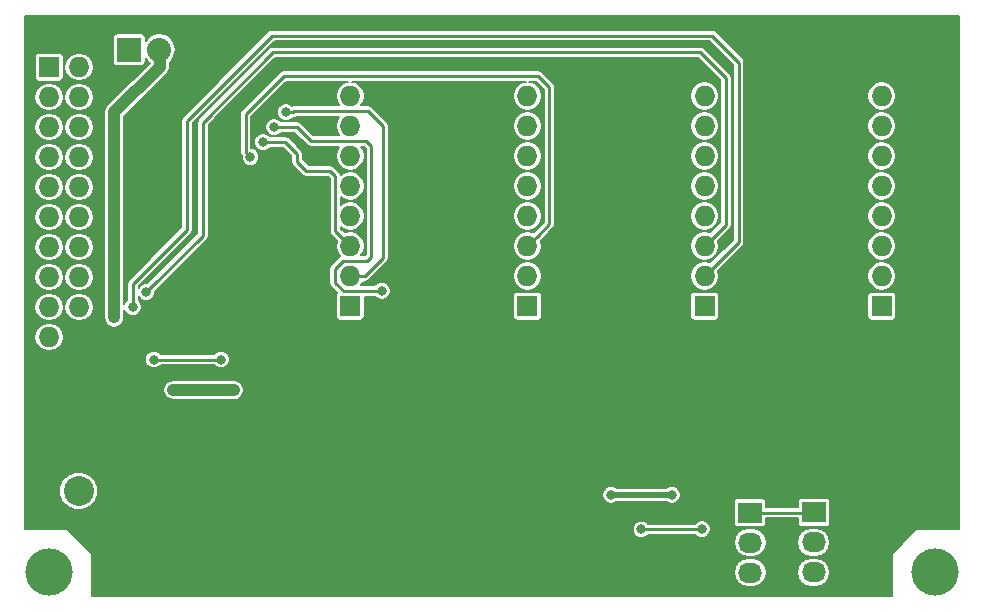
<source format=gbr>
G04 #@! TF.FileFunction,Copper,L2,Bot,Signal*
%FSLAX46Y46*%
G04 Gerber Fmt 4.6, Leading zero omitted, Abs format (unit mm)*
G04 Created by KiCad (PCBNEW 4.0.2-stable) date 28.02.2017 09:35:37*
%MOMM*%
G01*
G04 APERTURE LIST*
%ADD10C,0.100000*%
%ADD11C,4.000000*%
%ADD12R,2.032000X2.032000*%
%ADD13O,2.032000X2.032000*%
%ADD14C,0.800000*%
%ADD15R,1.727200X1.727200*%
%ADD16O,1.727200X1.727200*%
%ADD17R,2.540000X2.540000*%
%ADD18C,2.540000*%
%ADD19R,2.032000X1.727200*%
%ADD20O,2.032000X1.727200*%
%ADD21C,1.016000*%
%ADD22C,0.254000*%
%ADD23C,0.508000*%
%ADD24C,0.203200*%
G04 APERTURE END LIST*
D10*
D11*
X102500000Y-97500000D03*
X177500000Y-97500000D03*
D12*
X109300000Y-53300000D03*
D13*
X111840000Y-53300000D03*
D14*
X109664500Y-71183500D03*
X109677200Y-66802000D03*
X130873500Y-98399600D03*
X129362200Y-98399600D03*
X162433000Y-75057000D03*
X147383500Y-75057000D03*
X132334000Y-75057000D03*
X162433000Y-57277000D03*
X162433000Y-59753500D03*
X162433000Y-62357000D03*
X162433000Y-64897000D03*
X162433000Y-67437000D03*
X162433000Y-69977000D03*
X162433000Y-72517000D03*
X147383500Y-57213500D03*
X147383500Y-59690000D03*
X147383500Y-62293500D03*
X147383500Y-64833500D03*
X147383500Y-67373500D03*
X147383500Y-69913500D03*
X147383500Y-72453500D03*
X132334000Y-57213500D03*
X132334000Y-59690000D03*
X132334000Y-62293500D03*
X132334000Y-64833500D03*
X132334000Y-67373500D03*
X132334000Y-69913500D03*
X132334000Y-72453500D03*
X151765000Y-80606900D03*
X154721560Y-86507320D03*
X117348000Y-51371500D03*
X143357600Y-88861900D03*
X145034000Y-80632300D03*
X143316960Y-96393000D03*
X114173000Y-76708000D03*
X130873500Y-96977200D03*
X129362200Y-96964500D03*
X122428000Y-90373200D03*
X171577000Y-78486000D03*
X165735000Y-78486000D03*
X158623000Y-78486000D03*
X151765000Y-78486000D03*
X139050000Y-80650000D03*
X145034000Y-78486000D03*
X139065000Y-78486000D03*
X132334000Y-80645000D03*
X132334000Y-78486000D03*
X125476000Y-80645000D03*
X125476000Y-78486000D03*
X119126000Y-80645000D03*
X119126000Y-78486000D03*
D15*
X158000000Y-75000000D03*
D16*
X155460000Y-75000000D03*
X158000000Y-72460000D03*
X155460000Y-72460000D03*
X158000000Y-69920000D03*
X155460000Y-69920000D03*
X158000000Y-67380000D03*
X155460000Y-67380000D03*
X158000000Y-64840000D03*
X155460000Y-64840000D03*
X158000000Y-62300000D03*
X155460000Y-62300000D03*
X158000000Y-59760000D03*
X155460000Y-59760000D03*
X158000000Y-57220000D03*
X155460000Y-57220000D03*
D15*
X128000000Y-75000000D03*
D16*
X125460000Y-75000000D03*
X128000000Y-72460000D03*
X125460000Y-72460000D03*
X128000000Y-69920000D03*
X125460000Y-69920000D03*
X128000000Y-67380000D03*
X125460000Y-67380000D03*
X128000000Y-64840000D03*
X125460000Y-64840000D03*
X128000000Y-62300000D03*
X125460000Y-62300000D03*
X128000000Y-59760000D03*
X125460000Y-59760000D03*
X128000000Y-57220000D03*
X125460000Y-57220000D03*
D15*
X102500000Y-54770000D03*
D16*
X105040000Y-54770000D03*
X102500000Y-57310000D03*
X105040000Y-57310000D03*
X102500000Y-59850000D03*
X105040000Y-59850000D03*
X102500000Y-62390000D03*
X105040000Y-62390000D03*
X102500000Y-64930000D03*
X105040000Y-64930000D03*
X102500000Y-67470000D03*
X105040000Y-67470000D03*
X102500000Y-70010000D03*
X105040000Y-70010000D03*
X102500000Y-72550000D03*
X105040000Y-72550000D03*
X102500000Y-75090000D03*
X105040000Y-75090000D03*
X102500000Y-77630000D03*
X105040000Y-77630000D03*
X102500000Y-80170000D03*
X105040000Y-80170000D03*
D17*
X105003600Y-85585300D03*
D18*
X105003600Y-90665300D03*
D15*
X143000000Y-75000000D03*
D16*
X140460000Y-75000000D03*
X143000000Y-72460000D03*
X140460000Y-72460000D03*
X143000000Y-69920000D03*
X140460000Y-69920000D03*
X143000000Y-67380000D03*
X140460000Y-67380000D03*
X143000000Y-64840000D03*
X140460000Y-64840000D03*
X143000000Y-62300000D03*
X140460000Y-62300000D03*
X143000000Y-59760000D03*
X140460000Y-59760000D03*
X143000000Y-57220000D03*
X140460000Y-57220000D03*
D15*
X173000000Y-75000000D03*
D16*
X170460000Y-75000000D03*
X173000000Y-72460000D03*
X170460000Y-72460000D03*
X173000000Y-69920000D03*
X170460000Y-69920000D03*
X173000000Y-67380000D03*
X170460000Y-67380000D03*
X173000000Y-64840000D03*
X170460000Y-64840000D03*
X173000000Y-62300000D03*
X170460000Y-62300000D03*
X173000000Y-59760000D03*
X170460000Y-59760000D03*
X173000000Y-57220000D03*
X170460000Y-57220000D03*
D14*
X163245800Y-81915000D03*
D19*
X167246300Y-92468700D03*
D20*
X167246300Y-95008700D03*
X167246300Y-97548700D03*
D19*
X161861500Y-92494100D03*
D20*
X161861500Y-95034100D03*
X161861500Y-97574100D03*
D14*
X118135400Y-82118200D03*
X113030000Y-82105500D03*
X108013500Y-75961240D03*
X130657600Y-73710800D03*
X121577100Y-59850000D03*
X122555000Y-58597800D03*
X119550180Y-62382400D03*
X120586500Y-61125100D03*
X110744000Y-73825100D03*
X109593380Y-75090000D03*
X111353600Y-79527400D03*
X117043200Y-79527400D03*
X150101300Y-90982800D03*
X155219400Y-90982800D03*
X152654000Y-93916500D03*
X157759400Y-93903800D03*
D21*
X111884460Y-53291740D02*
X111884460Y-54728580D01*
X111884460Y-54728580D02*
X108013500Y-58599540D01*
X108013500Y-58599540D02*
X108013500Y-75961240D01*
X113030000Y-82105500D02*
X118122700Y-82105500D01*
X118122700Y-82105500D02*
X118135400Y-82118200D01*
D22*
X121577100Y-59850000D02*
X123477000Y-59850000D01*
X127431800Y-73736200D02*
X130632200Y-73736200D01*
X130632200Y-73736200D02*
X130657600Y-73710800D01*
X123477000Y-59850000D02*
X124663200Y-61036200D01*
X124663200Y-61036200D02*
X129362200Y-61036200D01*
X129362200Y-61036200D02*
X129794000Y-61468000D01*
X129794000Y-61468000D02*
X129794000Y-70815200D01*
X129794000Y-70815200D02*
X129413000Y-71196200D01*
X129413000Y-71196200D02*
X127381000Y-71196200D01*
X127381000Y-71196200D02*
X126720600Y-71856600D01*
X126720600Y-71856600D02*
X126720600Y-73025000D01*
X126720600Y-73025000D02*
X127431800Y-73736200D01*
X122555000Y-58597800D02*
X123120685Y-58597800D01*
X123120685Y-58597800D02*
X123222285Y-58496200D01*
X123222285Y-58496200D02*
X129514600Y-58496200D01*
X129514600Y-58496200D02*
X130784600Y-59766200D01*
X130784600Y-59766200D02*
X130784600Y-69545200D01*
X130784600Y-69545200D02*
X130784600Y-69675400D01*
X128000000Y-72460000D02*
X129221314Y-72460000D01*
X129221314Y-72460000D02*
X130784600Y-70896714D01*
X130784600Y-70896714D02*
X130784600Y-69545200D01*
X143000000Y-69920000D02*
X143863599Y-69056401D01*
X143863599Y-69056401D02*
X143871799Y-69056401D01*
X143871799Y-69056401D02*
X144856200Y-68072000D01*
X144856200Y-68072000D02*
X144856200Y-56489600D01*
X144856200Y-56489600D02*
X143891000Y-55524400D01*
X143891000Y-55524400D02*
X122389900Y-55524400D01*
X122389900Y-55524400D02*
X119150181Y-58764119D01*
X119150181Y-58764119D02*
X119150181Y-61982401D01*
X119150181Y-61982401D02*
X119550180Y-62382400D01*
X122516900Y-61125100D02*
X120586500Y-61125100D01*
X124282200Y-63576200D02*
X123494800Y-62788800D01*
X123494800Y-62788800D02*
X123494800Y-62103000D01*
X126314200Y-63576200D02*
X124282200Y-63576200D01*
X126736200Y-63998200D02*
X126314200Y-63576200D01*
X126736200Y-68656200D02*
X126736200Y-63998200D01*
X123494800Y-62103000D02*
X122516900Y-61125100D01*
X128000000Y-69920000D02*
X126736200Y-68656200D01*
X158000000Y-69920000D02*
X159816800Y-68103200D01*
X159816800Y-68103200D02*
X159816800Y-55702200D01*
X115519200Y-69037200D02*
X111143999Y-73412401D01*
X159816800Y-55702200D02*
X157632400Y-53517800D01*
X111143999Y-73425101D02*
X110744000Y-73825100D01*
X157632400Y-53517800D02*
X121462800Y-53517800D01*
X121462800Y-53517800D02*
X115519200Y-59461400D01*
X115519200Y-59461400D02*
X115519200Y-69037200D01*
X111143999Y-73412401D02*
X111143999Y-73425101D01*
X158000000Y-72460000D02*
X160883600Y-69576400D01*
X160883600Y-54381400D02*
X158597600Y-52095400D01*
X160883600Y-69576400D02*
X160883600Y-54381400D01*
X114173000Y-59309000D02*
X114173000Y-68529200D01*
X158597600Y-52095400D02*
X121386600Y-52095400D01*
X121386600Y-52095400D02*
X114173000Y-59309000D01*
X114173000Y-68529200D02*
X109593380Y-73108820D01*
X109593380Y-73108820D02*
X109593380Y-73235820D01*
X109593380Y-73235820D02*
X109593380Y-75090000D01*
X117043200Y-79527400D02*
X111353600Y-79527400D01*
D23*
X151409400Y-90982800D02*
X150101300Y-90982800D01*
X151409400Y-90982800D02*
X155219400Y-90982800D01*
D22*
X161861500Y-92494100D02*
X167220900Y-92494100D01*
X167220900Y-92494100D02*
X167246300Y-92468700D01*
X157759400Y-93903800D02*
X152666700Y-93903800D01*
X152666700Y-93903800D02*
X152654000Y-93916500D01*
D24*
G36*
X179569400Y-93898400D02*
X175918142Y-93898400D01*
X175877953Y-93906687D01*
X175844815Y-93929674D01*
X173926673Y-95929674D01*
X173906405Y-95960472D01*
X173898400Y-96000000D01*
X173898400Y-99569400D01*
X106101600Y-99569400D01*
X106101600Y-97574100D01*
X160463029Y-97574100D01*
X160555835Y-98040668D01*
X160820124Y-98436205D01*
X161215661Y-98700494D01*
X161682229Y-98793300D01*
X162040771Y-98793300D01*
X162507339Y-98700494D01*
X162902876Y-98436205D01*
X163167165Y-98040668D01*
X163259971Y-97574100D01*
X163254919Y-97548700D01*
X165847829Y-97548700D01*
X165940635Y-98015268D01*
X166204924Y-98410805D01*
X166600461Y-98675094D01*
X167067029Y-98767900D01*
X167425571Y-98767900D01*
X167892139Y-98675094D01*
X168287676Y-98410805D01*
X168551965Y-98015268D01*
X168644771Y-97548700D01*
X168551965Y-97082132D01*
X168287676Y-96686595D01*
X167892139Y-96422306D01*
X167425571Y-96329500D01*
X167067029Y-96329500D01*
X166600461Y-96422306D01*
X166204924Y-96686595D01*
X165940635Y-97082132D01*
X165847829Y-97548700D01*
X163254919Y-97548700D01*
X163167165Y-97107532D01*
X162902876Y-96711995D01*
X162507339Y-96447706D01*
X162040771Y-96354900D01*
X161682229Y-96354900D01*
X161215661Y-96447706D01*
X160820124Y-96711995D01*
X160555835Y-97107532D01*
X160463029Y-97574100D01*
X106101600Y-97574100D01*
X106101600Y-96000000D01*
X106094132Y-95961769D01*
X106071842Y-95928158D01*
X105177784Y-95034100D01*
X160463029Y-95034100D01*
X160555835Y-95500668D01*
X160820124Y-95896205D01*
X161215661Y-96160494D01*
X161682229Y-96253300D01*
X162040771Y-96253300D01*
X162507339Y-96160494D01*
X162902876Y-95896205D01*
X163167165Y-95500668D01*
X163259971Y-95034100D01*
X163254919Y-95008700D01*
X165847829Y-95008700D01*
X165940635Y-95475268D01*
X166204924Y-95870805D01*
X166600461Y-96135094D01*
X167067029Y-96227900D01*
X167425571Y-96227900D01*
X167892139Y-96135094D01*
X168287676Y-95870805D01*
X168551965Y-95475268D01*
X168644771Y-95008700D01*
X168551965Y-94542132D01*
X168287676Y-94146595D01*
X167892139Y-93882306D01*
X167425571Y-93789500D01*
X167067029Y-93789500D01*
X166600461Y-93882306D01*
X166204924Y-94146595D01*
X165940635Y-94542132D01*
X165847829Y-95008700D01*
X163254919Y-95008700D01*
X163167165Y-94567532D01*
X162902876Y-94171995D01*
X162507339Y-93907706D01*
X162040771Y-93814900D01*
X161682229Y-93814900D01*
X161215661Y-93907706D01*
X160820124Y-94171995D01*
X160555835Y-94567532D01*
X160463029Y-95034100D01*
X105177784Y-95034100D01*
X104209823Y-94066139D01*
X151898269Y-94066139D01*
X152013060Y-94343954D01*
X152225428Y-94556693D01*
X152503043Y-94671968D01*
X152803639Y-94672231D01*
X153081454Y-94557440D01*
X153252793Y-94386400D01*
X157173510Y-94386400D01*
X157330828Y-94543993D01*
X157608443Y-94659268D01*
X157909039Y-94659531D01*
X158186854Y-94544740D01*
X158399593Y-94332372D01*
X158514868Y-94054757D01*
X158515131Y-93754161D01*
X158400340Y-93476346D01*
X158187972Y-93263607D01*
X157910357Y-93148332D01*
X157609761Y-93148069D01*
X157331946Y-93262860D01*
X157173329Y-93421200D01*
X153227212Y-93421200D01*
X153082572Y-93276307D01*
X152804957Y-93161032D01*
X152504361Y-93160769D01*
X152226546Y-93275560D01*
X152013807Y-93487928D01*
X151898532Y-93765543D01*
X151898269Y-94066139D01*
X104209823Y-94066139D01*
X104071842Y-93928158D01*
X104039528Y-93906405D01*
X104000000Y-93898400D01*
X100430600Y-93898400D01*
X100430600Y-90987233D01*
X103377719Y-90987233D01*
X103624680Y-91584925D01*
X104081570Y-92042613D01*
X104678830Y-92290617D01*
X105325533Y-92291181D01*
X105923225Y-92044220D01*
X106380913Y-91587330D01*
X106569800Y-91132439D01*
X149345569Y-91132439D01*
X149460360Y-91410254D01*
X149672728Y-91622993D01*
X149950343Y-91738268D01*
X150250939Y-91738531D01*
X150528754Y-91623740D01*
X150560149Y-91592400D01*
X154760288Y-91592400D01*
X154790828Y-91622993D01*
X155068443Y-91738268D01*
X155369039Y-91738531D01*
X155630493Y-91630500D01*
X160482934Y-91630500D01*
X160482934Y-93357700D01*
X160507730Y-93489477D01*
X160585610Y-93610507D01*
X160704442Y-93691701D01*
X160845500Y-93720266D01*
X162877500Y-93720266D01*
X163009277Y-93695470D01*
X163130307Y-93617590D01*
X163211501Y-93498758D01*
X163240066Y-93357700D01*
X163240066Y-92976700D01*
X165867734Y-92976700D01*
X165867734Y-93332300D01*
X165892530Y-93464077D01*
X165970410Y-93585107D01*
X166089242Y-93666301D01*
X166230300Y-93694866D01*
X168262300Y-93694866D01*
X168394077Y-93670070D01*
X168515107Y-93592190D01*
X168596301Y-93473358D01*
X168624866Y-93332300D01*
X168624866Y-91605100D01*
X168600070Y-91473323D01*
X168522190Y-91352293D01*
X168403358Y-91271099D01*
X168262300Y-91242534D01*
X166230300Y-91242534D01*
X166098523Y-91267330D01*
X165977493Y-91345210D01*
X165896299Y-91464042D01*
X165867734Y-91605100D01*
X165867734Y-92011500D01*
X163240066Y-92011500D01*
X163240066Y-91630500D01*
X163215270Y-91498723D01*
X163137390Y-91377693D01*
X163018558Y-91296499D01*
X162877500Y-91267934D01*
X160845500Y-91267934D01*
X160713723Y-91292730D01*
X160592693Y-91370610D01*
X160511499Y-91489442D01*
X160482934Y-91630500D01*
X155630493Y-91630500D01*
X155646854Y-91623740D01*
X155859593Y-91411372D01*
X155974868Y-91133757D01*
X155975131Y-90833161D01*
X155860340Y-90555346D01*
X155647972Y-90342607D01*
X155370357Y-90227332D01*
X155069761Y-90227069D01*
X154791946Y-90341860D01*
X154760551Y-90373200D01*
X150560412Y-90373200D01*
X150529872Y-90342607D01*
X150252257Y-90227332D01*
X149951661Y-90227069D01*
X149673846Y-90341860D01*
X149461107Y-90554228D01*
X149345832Y-90831843D01*
X149345569Y-91132439D01*
X106569800Y-91132439D01*
X106628917Y-90990070D01*
X106629481Y-90343367D01*
X106382520Y-89745675D01*
X105925630Y-89287987D01*
X105328370Y-89039983D01*
X104681667Y-89039419D01*
X104083975Y-89286380D01*
X103626287Y-89743270D01*
X103378283Y-90340530D01*
X103377719Y-90987233D01*
X100430600Y-90987233D01*
X100430600Y-82105500D01*
X112166400Y-82105500D01*
X112232138Y-82435985D01*
X112419343Y-82716157D01*
X112699515Y-82903362D01*
X113030000Y-82969100D01*
X118071553Y-82969100D01*
X118135400Y-82981800D01*
X118465886Y-82916062D01*
X118746058Y-82728858D01*
X118933262Y-82448686D01*
X118999000Y-82118200D01*
X118933262Y-81787715D01*
X118746058Y-81507543D01*
X118733357Y-81494843D01*
X118453185Y-81307638D01*
X118122700Y-81241900D01*
X113030000Y-81241900D01*
X112699515Y-81307638D01*
X112419343Y-81494843D01*
X112232138Y-81775015D01*
X112166400Y-82105500D01*
X100430600Y-82105500D01*
X100430600Y-79677039D01*
X110597869Y-79677039D01*
X110712660Y-79954854D01*
X110925028Y-80167593D01*
X111202643Y-80282868D01*
X111503239Y-80283131D01*
X111781054Y-80168340D01*
X111939671Y-80010000D01*
X116457310Y-80010000D01*
X116614628Y-80167593D01*
X116892243Y-80282868D01*
X117192839Y-80283131D01*
X117470654Y-80168340D01*
X117683393Y-79955972D01*
X117798668Y-79678357D01*
X117798931Y-79377761D01*
X117684140Y-79099946D01*
X117471772Y-78887207D01*
X117194157Y-78771932D01*
X116893561Y-78771669D01*
X116615746Y-78886460D01*
X116457129Y-79044800D01*
X111939490Y-79044800D01*
X111782172Y-78887207D01*
X111504557Y-78771932D01*
X111203961Y-78771669D01*
X110926146Y-78886460D01*
X110713407Y-79098828D01*
X110598132Y-79376443D01*
X110597869Y-79677039D01*
X100430600Y-79677039D01*
X100430600Y-77630000D01*
X101256914Y-77630000D01*
X101349720Y-78096568D01*
X101614009Y-78492105D01*
X102009546Y-78756394D01*
X102476114Y-78849200D01*
X102523886Y-78849200D01*
X102990454Y-78756394D01*
X103385991Y-78492105D01*
X103650280Y-78096568D01*
X103743086Y-77630000D01*
X103650280Y-77163432D01*
X103385991Y-76767895D01*
X102990454Y-76503606D01*
X102523886Y-76410800D01*
X102476114Y-76410800D01*
X102009546Y-76503606D01*
X101614009Y-76767895D01*
X101349720Y-77163432D01*
X101256914Y-77630000D01*
X100430600Y-77630000D01*
X100430600Y-75090000D01*
X101256914Y-75090000D01*
X101349720Y-75556568D01*
X101614009Y-75952105D01*
X102009546Y-76216394D01*
X102476114Y-76309200D01*
X102523886Y-76309200D01*
X102990454Y-76216394D01*
X103385991Y-75952105D01*
X103650280Y-75556568D01*
X103743086Y-75090000D01*
X103796914Y-75090000D01*
X103889720Y-75556568D01*
X104154009Y-75952105D01*
X104549546Y-76216394D01*
X105016114Y-76309200D01*
X105063886Y-76309200D01*
X105530454Y-76216394D01*
X105925991Y-75952105D01*
X106190280Y-75556568D01*
X106283086Y-75090000D01*
X106190280Y-74623432D01*
X105925991Y-74227895D01*
X105530454Y-73963606D01*
X105063886Y-73870800D01*
X105016114Y-73870800D01*
X104549546Y-73963606D01*
X104154009Y-74227895D01*
X103889720Y-74623432D01*
X103796914Y-75090000D01*
X103743086Y-75090000D01*
X103650280Y-74623432D01*
X103385991Y-74227895D01*
X102990454Y-73963606D01*
X102523886Y-73870800D01*
X102476114Y-73870800D01*
X102009546Y-73963606D01*
X101614009Y-74227895D01*
X101349720Y-74623432D01*
X101256914Y-75090000D01*
X100430600Y-75090000D01*
X100430600Y-72550000D01*
X101256914Y-72550000D01*
X101349720Y-73016568D01*
X101614009Y-73412105D01*
X102009546Y-73676394D01*
X102476114Y-73769200D01*
X102523886Y-73769200D01*
X102990454Y-73676394D01*
X103385991Y-73412105D01*
X103650280Y-73016568D01*
X103743086Y-72550000D01*
X103796914Y-72550000D01*
X103889720Y-73016568D01*
X104154009Y-73412105D01*
X104549546Y-73676394D01*
X105016114Y-73769200D01*
X105063886Y-73769200D01*
X105530454Y-73676394D01*
X105925991Y-73412105D01*
X106190280Y-73016568D01*
X106283086Y-72550000D01*
X106190280Y-72083432D01*
X105925991Y-71687895D01*
X105530454Y-71423606D01*
X105063886Y-71330800D01*
X105016114Y-71330800D01*
X104549546Y-71423606D01*
X104154009Y-71687895D01*
X103889720Y-72083432D01*
X103796914Y-72550000D01*
X103743086Y-72550000D01*
X103650280Y-72083432D01*
X103385991Y-71687895D01*
X102990454Y-71423606D01*
X102523886Y-71330800D01*
X102476114Y-71330800D01*
X102009546Y-71423606D01*
X101614009Y-71687895D01*
X101349720Y-72083432D01*
X101256914Y-72550000D01*
X100430600Y-72550000D01*
X100430600Y-70010000D01*
X101256914Y-70010000D01*
X101349720Y-70476568D01*
X101614009Y-70872105D01*
X102009546Y-71136394D01*
X102476114Y-71229200D01*
X102523886Y-71229200D01*
X102990454Y-71136394D01*
X103385991Y-70872105D01*
X103650280Y-70476568D01*
X103743086Y-70010000D01*
X103796914Y-70010000D01*
X103889720Y-70476568D01*
X104154009Y-70872105D01*
X104549546Y-71136394D01*
X105016114Y-71229200D01*
X105063886Y-71229200D01*
X105530454Y-71136394D01*
X105925991Y-70872105D01*
X106190280Y-70476568D01*
X106283086Y-70010000D01*
X106190280Y-69543432D01*
X105925991Y-69147895D01*
X105530454Y-68883606D01*
X105063886Y-68790800D01*
X105016114Y-68790800D01*
X104549546Y-68883606D01*
X104154009Y-69147895D01*
X103889720Y-69543432D01*
X103796914Y-70010000D01*
X103743086Y-70010000D01*
X103650280Y-69543432D01*
X103385991Y-69147895D01*
X102990454Y-68883606D01*
X102523886Y-68790800D01*
X102476114Y-68790800D01*
X102009546Y-68883606D01*
X101614009Y-69147895D01*
X101349720Y-69543432D01*
X101256914Y-70010000D01*
X100430600Y-70010000D01*
X100430600Y-67470000D01*
X101256914Y-67470000D01*
X101349720Y-67936568D01*
X101614009Y-68332105D01*
X102009546Y-68596394D01*
X102476114Y-68689200D01*
X102523886Y-68689200D01*
X102990454Y-68596394D01*
X103385991Y-68332105D01*
X103650280Y-67936568D01*
X103743086Y-67470000D01*
X103796914Y-67470000D01*
X103889720Y-67936568D01*
X104154009Y-68332105D01*
X104549546Y-68596394D01*
X105016114Y-68689200D01*
X105063886Y-68689200D01*
X105530454Y-68596394D01*
X105925991Y-68332105D01*
X106190280Y-67936568D01*
X106283086Y-67470000D01*
X106190280Y-67003432D01*
X105925991Y-66607895D01*
X105530454Y-66343606D01*
X105063886Y-66250800D01*
X105016114Y-66250800D01*
X104549546Y-66343606D01*
X104154009Y-66607895D01*
X103889720Y-67003432D01*
X103796914Y-67470000D01*
X103743086Y-67470000D01*
X103650280Y-67003432D01*
X103385991Y-66607895D01*
X102990454Y-66343606D01*
X102523886Y-66250800D01*
X102476114Y-66250800D01*
X102009546Y-66343606D01*
X101614009Y-66607895D01*
X101349720Y-67003432D01*
X101256914Y-67470000D01*
X100430600Y-67470000D01*
X100430600Y-64930000D01*
X101256914Y-64930000D01*
X101349720Y-65396568D01*
X101614009Y-65792105D01*
X102009546Y-66056394D01*
X102476114Y-66149200D01*
X102523886Y-66149200D01*
X102990454Y-66056394D01*
X103385991Y-65792105D01*
X103650280Y-65396568D01*
X103743086Y-64930000D01*
X103796914Y-64930000D01*
X103889720Y-65396568D01*
X104154009Y-65792105D01*
X104549546Y-66056394D01*
X105016114Y-66149200D01*
X105063886Y-66149200D01*
X105530454Y-66056394D01*
X105925991Y-65792105D01*
X106190280Y-65396568D01*
X106283086Y-64930000D01*
X106190280Y-64463432D01*
X105925991Y-64067895D01*
X105530454Y-63803606D01*
X105063886Y-63710800D01*
X105016114Y-63710800D01*
X104549546Y-63803606D01*
X104154009Y-64067895D01*
X103889720Y-64463432D01*
X103796914Y-64930000D01*
X103743086Y-64930000D01*
X103650280Y-64463432D01*
X103385991Y-64067895D01*
X102990454Y-63803606D01*
X102523886Y-63710800D01*
X102476114Y-63710800D01*
X102009546Y-63803606D01*
X101614009Y-64067895D01*
X101349720Y-64463432D01*
X101256914Y-64930000D01*
X100430600Y-64930000D01*
X100430600Y-62390000D01*
X101256914Y-62390000D01*
X101349720Y-62856568D01*
X101614009Y-63252105D01*
X102009546Y-63516394D01*
X102476114Y-63609200D01*
X102523886Y-63609200D01*
X102990454Y-63516394D01*
X103385991Y-63252105D01*
X103650280Y-62856568D01*
X103743086Y-62390000D01*
X103796914Y-62390000D01*
X103889720Y-62856568D01*
X104154009Y-63252105D01*
X104549546Y-63516394D01*
X105016114Y-63609200D01*
X105063886Y-63609200D01*
X105530454Y-63516394D01*
X105925991Y-63252105D01*
X106190280Y-62856568D01*
X106283086Y-62390000D01*
X106190280Y-61923432D01*
X105925991Y-61527895D01*
X105530454Y-61263606D01*
X105063886Y-61170800D01*
X105016114Y-61170800D01*
X104549546Y-61263606D01*
X104154009Y-61527895D01*
X103889720Y-61923432D01*
X103796914Y-62390000D01*
X103743086Y-62390000D01*
X103650280Y-61923432D01*
X103385991Y-61527895D01*
X102990454Y-61263606D01*
X102523886Y-61170800D01*
X102476114Y-61170800D01*
X102009546Y-61263606D01*
X101614009Y-61527895D01*
X101349720Y-61923432D01*
X101256914Y-62390000D01*
X100430600Y-62390000D01*
X100430600Y-59850000D01*
X101256914Y-59850000D01*
X101349720Y-60316568D01*
X101614009Y-60712105D01*
X102009546Y-60976394D01*
X102476114Y-61069200D01*
X102523886Y-61069200D01*
X102990454Y-60976394D01*
X103385991Y-60712105D01*
X103650280Y-60316568D01*
X103743086Y-59850000D01*
X103796914Y-59850000D01*
X103889720Y-60316568D01*
X104154009Y-60712105D01*
X104549546Y-60976394D01*
X105016114Y-61069200D01*
X105063886Y-61069200D01*
X105530454Y-60976394D01*
X105925991Y-60712105D01*
X106190280Y-60316568D01*
X106283086Y-59850000D01*
X106190280Y-59383432D01*
X105925991Y-58987895D01*
X105530454Y-58723606D01*
X105063886Y-58630800D01*
X105016114Y-58630800D01*
X104549546Y-58723606D01*
X104154009Y-58987895D01*
X103889720Y-59383432D01*
X103796914Y-59850000D01*
X103743086Y-59850000D01*
X103650280Y-59383432D01*
X103385991Y-58987895D01*
X102990454Y-58723606D01*
X102523886Y-58630800D01*
X102476114Y-58630800D01*
X102009546Y-58723606D01*
X101614009Y-58987895D01*
X101349720Y-59383432D01*
X101256914Y-59850000D01*
X100430600Y-59850000D01*
X100430600Y-58599540D01*
X107149900Y-58599540D01*
X107149900Y-75961240D01*
X107215638Y-76291725D01*
X107402843Y-76571897D01*
X107683015Y-76759102D01*
X108013500Y-76824840D01*
X108343985Y-76759102D01*
X108624157Y-76571897D01*
X108811362Y-76291725D01*
X108877100Y-75961240D01*
X108877100Y-75335118D01*
X108952440Y-75517454D01*
X109164808Y-75730193D01*
X109442423Y-75845468D01*
X109743019Y-75845731D01*
X110020834Y-75730940D01*
X110233573Y-75518572D01*
X110348848Y-75240957D01*
X110349111Y-74940361D01*
X110234320Y-74662546D01*
X110075980Y-74503929D01*
X110075980Y-74187015D01*
X110103060Y-74252554D01*
X110315428Y-74465293D01*
X110593043Y-74580568D01*
X110893639Y-74580831D01*
X111171454Y-74466040D01*
X111384193Y-74253672D01*
X111499468Y-73976057D01*
X111499670Y-73744768D01*
X111510822Y-73728078D01*
X115860447Y-69378452D01*
X115860450Y-69378450D01*
X115965064Y-69221883D01*
X115968631Y-69203950D01*
X116001801Y-69037200D01*
X116001800Y-69037195D01*
X116001800Y-59661300D01*
X116898981Y-58764119D01*
X118667581Y-58764119D01*
X118667581Y-61982401D01*
X118704317Y-62167084D01*
X118794650Y-62302278D01*
X118794449Y-62532039D01*
X118909240Y-62809854D01*
X119121608Y-63022593D01*
X119399223Y-63137868D01*
X119699819Y-63138131D01*
X119977634Y-63023340D01*
X120190373Y-62810972D01*
X120305648Y-62533357D01*
X120305911Y-62232761D01*
X120191120Y-61954946D01*
X119978752Y-61742207D01*
X119701137Y-61626932D01*
X119632781Y-61626872D01*
X119632781Y-58964019D01*
X122589799Y-56007000D01*
X127848747Y-56007000D01*
X127533432Y-56069720D01*
X127137895Y-56334009D01*
X126873606Y-56729546D01*
X126780800Y-57196114D01*
X126780800Y-57243886D01*
X126873606Y-57710454D01*
X127076161Y-58013600D01*
X123222285Y-58013600D01*
X123069755Y-58043940D01*
X122983572Y-57957607D01*
X122705957Y-57842332D01*
X122405361Y-57842069D01*
X122127546Y-57956860D01*
X121914807Y-58169228D01*
X121799532Y-58446843D01*
X121799269Y-58747439D01*
X121914060Y-59025254D01*
X122126428Y-59237993D01*
X122404043Y-59353268D01*
X122704639Y-59353531D01*
X122982454Y-59238740D01*
X123146144Y-59075336D01*
X123305368Y-59043664D01*
X123402445Y-58978800D01*
X127067876Y-58978800D01*
X126873606Y-59269546D01*
X126780800Y-59736114D01*
X126780800Y-59783886D01*
X126873606Y-60250454D01*
X127076161Y-60553600D01*
X124863100Y-60553600D01*
X123818250Y-59508750D01*
X123661683Y-59404136D01*
X123477000Y-59367400D01*
X122162990Y-59367400D01*
X122005672Y-59209807D01*
X121728057Y-59094532D01*
X121427461Y-59094269D01*
X121149646Y-59209060D01*
X120936907Y-59421428D01*
X120821632Y-59699043D01*
X120821369Y-59999639D01*
X120936160Y-60277454D01*
X121148528Y-60490193D01*
X121426143Y-60605468D01*
X121726739Y-60605731D01*
X122004554Y-60490940D01*
X122163171Y-60332600D01*
X123277100Y-60332600D01*
X124321950Y-61377450D01*
X124478517Y-61482064D01*
X124663200Y-61518800D01*
X127067876Y-61518800D01*
X126873606Y-61809546D01*
X126780800Y-62276114D01*
X126780800Y-62323886D01*
X126873606Y-62790454D01*
X127137895Y-63185991D01*
X127533432Y-63450280D01*
X128000000Y-63543086D01*
X128466568Y-63450280D01*
X128862105Y-63185991D01*
X129126394Y-62790454D01*
X129219200Y-62323886D01*
X129219200Y-62276114D01*
X129126394Y-61809546D01*
X128932124Y-61518800D01*
X129162300Y-61518800D01*
X129311400Y-61667899D01*
X129311400Y-70615301D01*
X129213100Y-70713600D01*
X128923839Y-70713600D01*
X129126394Y-70410454D01*
X129219200Y-69943886D01*
X129219200Y-69896114D01*
X129126394Y-69429546D01*
X128862105Y-69034009D01*
X128466568Y-68769720D01*
X128000000Y-68676914D01*
X127533432Y-68769720D01*
X127532705Y-68770205D01*
X127218800Y-68456300D01*
X127218800Y-68320050D01*
X127533432Y-68530280D01*
X128000000Y-68623086D01*
X128466568Y-68530280D01*
X128862105Y-68265991D01*
X129126394Y-67870454D01*
X129219200Y-67403886D01*
X129219200Y-67356114D01*
X129126394Y-66889546D01*
X128862105Y-66494009D01*
X128466568Y-66229720D01*
X128000000Y-66136914D01*
X127533432Y-66229720D01*
X127218800Y-66439950D01*
X127218800Y-65780050D01*
X127533432Y-65990280D01*
X128000000Y-66083086D01*
X128466568Y-65990280D01*
X128862105Y-65725991D01*
X129126394Y-65330454D01*
X129219200Y-64863886D01*
X129219200Y-64816114D01*
X129126394Y-64349546D01*
X128862105Y-63954009D01*
X128466568Y-63689720D01*
X128000000Y-63596914D01*
X127533432Y-63689720D01*
X127201549Y-63911476D01*
X127182064Y-63813517D01*
X127077450Y-63656950D01*
X126655450Y-63234950D01*
X126498883Y-63130336D01*
X126314200Y-63093600D01*
X124482100Y-63093600D01*
X123977400Y-62588900D01*
X123977400Y-62103000D01*
X123940664Y-61918317D01*
X123836050Y-61761750D01*
X123836047Y-61761748D01*
X122858150Y-60783850D01*
X122701583Y-60679236D01*
X122516900Y-60642500D01*
X121172390Y-60642500D01*
X121015072Y-60484907D01*
X120737457Y-60369632D01*
X120436861Y-60369369D01*
X120159046Y-60484160D01*
X119946307Y-60696528D01*
X119831032Y-60974143D01*
X119830769Y-61274739D01*
X119945560Y-61552554D01*
X120157928Y-61765293D01*
X120435543Y-61880568D01*
X120736139Y-61880831D01*
X121013954Y-61766040D01*
X121172571Y-61607700D01*
X122317000Y-61607700D01*
X123012200Y-62302899D01*
X123012200Y-62788800D01*
X123048936Y-62973483D01*
X123153550Y-63130050D01*
X123940950Y-63917450D01*
X124097517Y-64022064D01*
X124282200Y-64058801D01*
X124282205Y-64058800D01*
X126114300Y-64058800D01*
X126253600Y-64198100D01*
X126253600Y-68656200D01*
X126290336Y-68840883D01*
X126394950Y-68997450D01*
X126865881Y-69468381D01*
X126780800Y-69896114D01*
X126780800Y-69943886D01*
X126873606Y-70410454D01*
X127130218Y-70794502D01*
X127039750Y-70854950D01*
X127039748Y-70854953D01*
X126379350Y-71515350D01*
X126274736Y-71671917D01*
X126238000Y-71856600D01*
X126238000Y-73025000D01*
X126274736Y-73209683D01*
X126379350Y-73366250D01*
X126887254Y-73874154D01*
X126883593Y-73876510D01*
X126802399Y-73995342D01*
X126773834Y-74136400D01*
X126773834Y-75863600D01*
X126798630Y-75995377D01*
X126876510Y-76116407D01*
X126995342Y-76197601D01*
X127136400Y-76226166D01*
X128863600Y-76226166D01*
X128995377Y-76201370D01*
X129116407Y-76123490D01*
X129197601Y-76004658D01*
X129226166Y-75863600D01*
X129226166Y-74218800D01*
X130097066Y-74218800D01*
X130229028Y-74350993D01*
X130506643Y-74466268D01*
X130807239Y-74466531D01*
X131085054Y-74351740D01*
X131297793Y-74139372D01*
X131299027Y-74136400D01*
X141773834Y-74136400D01*
X141773834Y-75863600D01*
X141798630Y-75995377D01*
X141876510Y-76116407D01*
X141995342Y-76197601D01*
X142136400Y-76226166D01*
X143863600Y-76226166D01*
X143995377Y-76201370D01*
X144116407Y-76123490D01*
X144197601Y-76004658D01*
X144226166Y-75863600D01*
X144226166Y-74136400D01*
X156773834Y-74136400D01*
X156773834Y-75863600D01*
X156798630Y-75995377D01*
X156876510Y-76116407D01*
X156995342Y-76197601D01*
X157136400Y-76226166D01*
X158863600Y-76226166D01*
X158995377Y-76201370D01*
X159116407Y-76123490D01*
X159197601Y-76004658D01*
X159226166Y-75863600D01*
X159226166Y-74136400D01*
X171773834Y-74136400D01*
X171773834Y-75863600D01*
X171798630Y-75995377D01*
X171876510Y-76116407D01*
X171995342Y-76197601D01*
X172136400Y-76226166D01*
X173863600Y-76226166D01*
X173995377Y-76201370D01*
X174116407Y-76123490D01*
X174197601Y-76004658D01*
X174226166Y-75863600D01*
X174226166Y-74136400D01*
X174201370Y-74004623D01*
X174123490Y-73883593D01*
X174004658Y-73802399D01*
X173863600Y-73773834D01*
X172136400Y-73773834D01*
X172004623Y-73798630D01*
X171883593Y-73876510D01*
X171802399Y-73995342D01*
X171773834Y-74136400D01*
X159226166Y-74136400D01*
X159201370Y-74004623D01*
X159123490Y-73883593D01*
X159004658Y-73802399D01*
X158863600Y-73773834D01*
X157136400Y-73773834D01*
X157004623Y-73798630D01*
X156883593Y-73876510D01*
X156802399Y-73995342D01*
X156773834Y-74136400D01*
X144226166Y-74136400D01*
X144201370Y-74004623D01*
X144123490Y-73883593D01*
X144004658Y-73802399D01*
X143863600Y-73773834D01*
X142136400Y-73773834D01*
X142004623Y-73798630D01*
X141883593Y-73876510D01*
X141802399Y-73995342D01*
X141773834Y-74136400D01*
X131299027Y-74136400D01*
X131413068Y-73861757D01*
X131413331Y-73561161D01*
X131298540Y-73283346D01*
X131086172Y-73070607D01*
X130808557Y-72955332D01*
X130507961Y-72955069D01*
X130230146Y-73069860D01*
X130046085Y-73253600D01*
X128923839Y-73253600D01*
X129126394Y-72950454D01*
X129127956Y-72942600D01*
X129221314Y-72942600D01*
X129405997Y-72905864D01*
X129562564Y-72801250D01*
X129927700Y-72436114D01*
X141780800Y-72436114D01*
X141780800Y-72483886D01*
X141873606Y-72950454D01*
X142137895Y-73345991D01*
X142533432Y-73610280D01*
X143000000Y-73703086D01*
X143466568Y-73610280D01*
X143862105Y-73345991D01*
X144126394Y-72950454D01*
X144219200Y-72483886D01*
X144219200Y-72436114D01*
X144126394Y-71969546D01*
X143862105Y-71574009D01*
X143466568Y-71309720D01*
X143000000Y-71216914D01*
X142533432Y-71309720D01*
X142137895Y-71574009D01*
X141873606Y-71969546D01*
X141780800Y-72436114D01*
X129927700Y-72436114D01*
X131125850Y-71237964D01*
X131230464Y-71081397D01*
X131267200Y-70896714D01*
X131267200Y-67356114D01*
X141780800Y-67356114D01*
X141780800Y-67403886D01*
X141873606Y-67870454D01*
X142137895Y-68265991D01*
X142533432Y-68530280D01*
X143000000Y-68623086D01*
X143466568Y-68530280D01*
X143862105Y-68265991D01*
X144126394Y-67870454D01*
X144219200Y-67403886D01*
X144219200Y-67356114D01*
X144126394Y-66889546D01*
X143862105Y-66494009D01*
X143466568Y-66229720D01*
X143000000Y-66136914D01*
X142533432Y-66229720D01*
X142137895Y-66494009D01*
X141873606Y-66889546D01*
X141780800Y-67356114D01*
X131267200Y-67356114D01*
X131267200Y-64816114D01*
X141780800Y-64816114D01*
X141780800Y-64863886D01*
X141873606Y-65330454D01*
X142137895Y-65725991D01*
X142533432Y-65990280D01*
X143000000Y-66083086D01*
X143466568Y-65990280D01*
X143862105Y-65725991D01*
X144126394Y-65330454D01*
X144219200Y-64863886D01*
X144219200Y-64816114D01*
X144126394Y-64349546D01*
X143862105Y-63954009D01*
X143466568Y-63689720D01*
X143000000Y-63596914D01*
X142533432Y-63689720D01*
X142137895Y-63954009D01*
X141873606Y-64349546D01*
X141780800Y-64816114D01*
X131267200Y-64816114D01*
X131267200Y-62276114D01*
X141780800Y-62276114D01*
X141780800Y-62323886D01*
X141873606Y-62790454D01*
X142137895Y-63185991D01*
X142533432Y-63450280D01*
X143000000Y-63543086D01*
X143466568Y-63450280D01*
X143862105Y-63185991D01*
X144126394Y-62790454D01*
X144219200Y-62323886D01*
X144219200Y-62276114D01*
X144126394Y-61809546D01*
X143862105Y-61414009D01*
X143466568Y-61149720D01*
X143000000Y-61056914D01*
X142533432Y-61149720D01*
X142137895Y-61414009D01*
X141873606Y-61809546D01*
X141780800Y-62276114D01*
X131267200Y-62276114D01*
X131267200Y-59766200D01*
X131261216Y-59736114D01*
X141780800Y-59736114D01*
X141780800Y-59783886D01*
X141873606Y-60250454D01*
X142137895Y-60645991D01*
X142533432Y-60910280D01*
X143000000Y-61003086D01*
X143466568Y-60910280D01*
X143862105Y-60645991D01*
X144126394Y-60250454D01*
X144219200Y-59783886D01*
X144219200Y-59736114D01*
X144126394Y-59269546D01*
X143862105Y-58874009D01*
X143466568Y-58609720D01*
X143000000Y-58516914D01*
X142533432Y-58609720D01*
X142137895Y-58874009D01*
X141873606Y-59269546D01*
X141780800Y-59736114D01*
X131261216Y-59736114D01*
X131230464Y-59581517D01*
X131125850Y-59424950D01*
X129855850Y-58154950D01*
X129699283Y-58050336D01*
X129514600Y-58013600D01*
X128923839Y-58013600D01*
X129126394Y-57710454D01*
X129219200Y-57243886D01*
X129219200Y-57196114D01*
X129126394Y-56729546D01*
X128862105Y-56334009D01*
X128466568Y-56069720D01*
X128151253Y-56007000D01*
X142848747Y-56007000D01*
X142533432Y-56069720D01*
X142137895Y-56334009D01*
X141873606Y-56729546D01*
X141780800Y-57196114D01*
X141780800Y-57243886D01*
X141873606Y-57710454D01*
X142137895Y-58105991D01*
X142533432Y-58370280D01*
X143000000Y-58463086D01*
X143466568Y-58370280D01*
X143862105Y-58105991D01*
X144126394Y-57710454D01*
X144219200Y-57243886D01*
X144219200Y-57196114D01*
X144126394Y-56729546D01*
X143862105Y-56334009D01*
X143466568Y-56069720D01*
X143151253Y-56007000D01*
X143691100Y-56007000D01*
X144373600Y-56689500D01*
X144373600Y-67872100D01*
X143547061Y-68698639D01*
X143522349Y-68715151D01*
X143522347Y-68715154D01*
X143467295Y-68770206D01*
X143466568Y-68769720D01*
X143000000Y-68676914D01*
X142533432Y-68769720D01*
X142137895Y-69034009D01*
X141873606Y-69429546D01*
X141780800Y-69896114D01*
X141780800Y-69943886D01*
X141873606Y-70410454D01*
X142137895Y-70805991D01*
X142533432Y-71070280D01*
X143000000Y-71163086D01*
X143466568Y-71070280D01*
X143862105Y-70805991D01*
X144126394Y-70410454D01*
X144219200Y-69943886D01*
X144219200Y-69896114D01*
X144134119Y-69468380D01*
X144188334Y-69414165D01*
X144213049Y-69397651D01*
X145197450Y-68413250D01*
X145302064Y-68256683D01*
X145338800Y-68072000D01*
X145338800Y-67356114D01*
X156780800Y-67356114D01*
X156780800Y-67403886D01*
X156873606Y-67870454D01*
X157137895Y-68265991D01*
X157533432Y-68530280D01*
X158000000Y-68623086D01*
X158466568Y-68530280D01*
X158862105Y-68265991D01*
X159126394Y-67870454D01*
X159219200Y-67403886D01*
X159219200Y-67356114D01*
X159126394Y-66889546D01*
X158862105Y-66494009D01*
X158466568Y-66229720D01*
X158000000Y-66136914D01*
X157533432Y-66229720D01*
X157137895Y-66494009D01*
X156873606Y-66889546D01*
X156780800Y-67356114D01*
X145338800Y-67356114D01*
X145338800Y-64816114D01*
X156780800Y-64816114D01*
X156780800Y-64863886D01*
X156873606Y-65330454D01*
X157137895Y-65725991D01*
X157533432Y-65990280D01*
X158000000Y-66083086D01*
X158466568Y-65990280D01*
X158862105Y-65725991D01*
X159126394Y-65330454D01*
X159219200Y-64863886D01*
X159219200Y-64816114D01*
X159126394Y-64349546D01*
X158862105Y-63954009D01*
X158466568Y-63689720D01*
X158000000Y-63596914D01*
X157533432Y-63689720D01*
X157137895Y-63954009D01*
X156873606Y-64349546D01*
X156780800Y-64816114D01*
X145338800Y-64816114D01*
X145338800Y-62276114D01*
X156780800Y-62276114D01*
X156780800Y-62323886D01*
X156873606Y-62790454D01*
X157137895Y-63185991D01*
X157533432Y-63450280D01*
X158000000Y-63543086D01*
X158466568Y-63450280D01*
X158862105Y-63185991D01*
X159126394Y-62790454D01*
X159219200Y-62323886D01*
X159219200Y-62276114D01*
X159126394Y-61809546D01*
X158862105Y-61414009D01*
X158466568Y-61149720D01*
X158000000Y-61056914D01*
X157533432Y-61149720D01*
X157137895Y-61414009D01*
X156873606Y-61809546D01*
X156780800Y-62276114D01*
X145338800Y-62276114D01*
X145338800Y-59736114D01*
X156780800Y-59736114D01*
X156780800Y-59783886D01*
X156873606Y-60250454D01*
X157137895Y-60645991D01*
X157533432Y-60910280D01*
X158000000Y-61003086D01*
X158466568Y-60910280D01*
X158862105Y-60645991D01*
X159126394Y-60250454D01*
X159219200Y-59783886D01*
X159219200Y-59736114D01*
X159126394Y-59269546D01*
X158862105Y-58874009D01*
X158466568Y-58609720D01*
X158000000Y-58516914D01*
X157533432Y-58609720D01*
X157137895Y-58874009D01*
X156873606Y-59269546D01*
X156780800Y-59736114D01*
X145338800Y-59736114D01*
X145338800Y-57196114D01*
X156780800Y-57196114D01*
X156780800Y-57243886D01*
X156873606Y-57710454D01*
X157137895Y-58105991D01*
X157533432Y-58370280D01*
X158000000Y-58463086D01*
X158466568Y-58370280D01*
X158862105Y-58105991D01*
X159126394Y-57710454D01*
X159219200Y-57243886D01*
X159219200Y-57196114D01*
X159126394Y-56729546D01*
X158862105Y-56334009D01*
X158466568Y-56069720D01*
X158000000Y-55976914D01*
X157533432Y-56069720D01*
X157137895Y-56334009D01*
X156873606Y-56729546D01*
X156780800Y-57196114D01*
X145338800Y-57196114D01*
X145338800Y-56489600D01*
X145302064Y-56304917D01*
X145197450Y-56148350D01*
X144232250Y-55183150D01*
X144075683Y-55078536D01*
X143891000Y-55041800D01*
X122389905Y-55041800D01*
X122389900Y-55041799D01*
X122205217Y-55078536D01*
X122048650Y-55183150D01*
X122048648Y-55183153D01*
X118808931Y-58422869D01*
X118704317Y-58579436D01*
X118667581Y-58764119D01*
X116898981Y-58764119D01*
X121662700Y-54000400D01*
X157432500Y-54000400D01*
X159334200Y-55902100D01*
X159334200Y-67903300D01*
X158467295Y-68770205D01*
X158466568Y-68769720D01*
X158000000Y-68676914D01*
X157533432Y-68769720D01*
X157137895Y-69034009D01*
X156873606Y-69429546D01*
X156780800Y-69896114D01*
X156780800Y-69943886D01*
X156873606Y-70410454D01*
X157137895Y-70805991D01*
X157533432Y-71070280D01*
X158000000Y-71163086D01*
X158466568Y-71070280D01*
X158862105Y-70805991D01*
X159126394Y-70410454D01*
X159219200Y-69943886D01*
X159219200Y-69896114D01*
X159134119Y-69468381D01*
X160158050Y-68444450D01*
X160262664Y-68287883D01*
X160299400Y-68103200D01*
X160299400Y-55702200D01*
X160262664Y-55517517D01*
X160158050Y-55360950D01*
X157973650Y-53176550D01*
X157817083Y-53071936D01*
X157632400Y-53035200D01*
X121462805Y-53035200D01*
X121462800Y-53035199D01*
X121278117Y-53071936D01*
X121121550Y-53176550D01*
X115177950Y-59120150D01*
X115073336Y-59276717D01*
X115036600Y-59461400D01*
X115036600Y-68837301D01*
X110804347Y-73069553D01*
X110594361Y-73069369D01*
X110316546Y-73184160D01*
X110103807Y-73396528D01*
X110075980Y-73463543D01*
X110075980Y-73308720D01*
X114514250Y-68870450D01*
X114618864Y-68713883D01*
X114655601Y-68529200D01*
X114655600Y-68529195D01*
X114655600Y-59508900D01*
X121586500Y-52578000D01*
X158397700Y-52578000D01*
X160401000Y-54581300D01*
X160401000Y-69376500D01*
X158467295Y-71310205D01*
X158466568Y-71309720D01*
X158000000Y-71216914D01*
X157533432Y-71309720D01*
X157137895Y-71574009D01*
X156873606Y-71969546D01*
X156780800Y-72436114D01*
X156780800Y-72483886D01*
X156873606Y-72950454D01*
X157137895Y-73345991D01*
X157533432Y-73610280D01*
X158000000Y-73703086D01*
X158466568Y-73610280D01*
X158862105Y-73345991D01*
X159126394Y-72950454D01*
X159219200Y-72483886D01*
X159219200Y-72436114D01*
X171780800Y-72436114D01*
X171780800Y-72483886D01*
X171873606Y-72950454D01*
X172137895Y-73345991D01*
X172533432Y-73610280D01*
X173000000Y-73703086D01*
X173466568Y-73610280D01*
X173862105Y-73345991D01*
X174126394Y-72950454D01*
X174219200Y-72483886D01*
X174219200Y-72436114D01*
X174126394Y-71969546D01*
X173862105Y-71574009D01*
X173466568Y-71309720D01*
X173000000Y-71216914D01*
X172533432Y-71309720D01*
X172137895Y-71574009D01*
X171873606Y-71969546D01*
X171780800Y-72436114D01*
X159219200Y-72436114D01*
X159134119Y-72008381D01*
X161224850Y-69917650D01*
X161239239Y-69896114D01*
X171780800Y-69896114D01*
X171780800Y-69943886D01*
X171873606Y-70410454D01*
X172137895Y-70805991D01*
X172533432Y-71070280D01*
X173000000Y-71163086D01*
X173466568Y-71070280D01*
X173862105Y-70805991D01*
X174126394Y-70410454D01*
X174219200Y-69943886D01*
X174219200Y-69896114D01*
X174126394Y-69429546D01*
X173862105Y-69034009D01*
X173466568Y-68769720D01*
X173000000Y-68676914D01*
X172533432Y-68769720D01*
X172137895Y-69034009D01*
X171873606Y-69429546D01*
X171780800Y-69896114D01*
X161239239Y-69896114D01*
X161329464Y-69761083D01*
X161366200Y-69576400D01*
X161366200Y-67356114D01*
X171780800Y-67356114D01*
X171780800Y-67403886D01*
X171873606Y-67870454D01*
X172137895Y-68265991D01*
X172533432Y-68530280D01*
X173000000Y-68623086D01*
X173466568Y-68530280D01*
X173862105Y-68265991D01*
X174126394Y-67870454D01*
X174219200Y-67403886D01*
X174219200Y-67356114D01*
X174126394Y-66889546D01*
X173862105Y-66494009D01*
X173466568Y-66229720D01*
X173000000Y-66136914D01*
X172533432Y-66229720D01*
X172137895Y-66494009D01*
X171873606Y-66889546D01*
X171780800Y-67356114D01*
X161366200Y-67356114D01*
X161366200Y-64816114D01*
X171780800Y-64816114D01*
X171780800Y-64863886D01*
X171873606Y-65330454D01*
X172137895Y-65725991D01*
X172533432Y-65990280D01*
X173000000Y-66083086D01*
X173466568Y-65990280D01*
X173862105Y-65725991D01*
X174126394Y-65330454D01*
X174219200Y-64863886D01*
X174219200Y-64816114D01*
X174126394Y-64349546D01*
X173862105Y-63954009D01*
X173466568Y-63689720D01*
X173000000Y-63596914D01*
X172533432Y-63689720D01*
X172137895Y-63954009D01*
X171873606Y-64349546D01*
X171780800Y-64816114D01*
X161366200Y-64816114D01*
X161366200Y-62276114D01*
X171780800Y-62276114D01*
X171780800Y-62323886D01*
X171873606Y-62790454D01*
X172137895Y-63185991D01*
X172533432Y-63450280D01*
X173000000Y-63543086D01*
X173466568Y-63450280D01*
X173862105Y-63185991D01*
X174126394Y-62790454D01*
X174219200Y-62323886D01*
X174219200Y-62276114D01*
X174126394Y-61809546D01*
X173862105Y-61414009D01*
X173466568Y-61149720D01*
X173000000Y-61056914D01*
X172533432Y-61149720D01*
X172137895Y-61414009D01*
X171873606Y-61809546D01*
X171780800Y-62276114D01*
X161366200Y-62276114D01*
X161366200Y-59736114D01*
X171780800Y-59736114D01*
X171780800Y-59783886D01*
X171873606Y-60250454D01*
X172137895Y-60645991D01*
X172533432Y-60910280D01*
X173000000Y-61003086D01*
X173466568Y-60910280D01*
X173862105Y-60645991D01*
X174126394Y-60250454D01*
X174219200Y-59783886D01*
X174219200Y-59736114D01*
X174126394Y-59269546D01*
X173862105Y-58874009D01*
X173466568Y-58609720D01*
X173000000Y-58516914D01*
X172533432Y-58609720D01*
X172137895Y-58874009D01*
X171873606Y-59269546D01*
X171780800Y-59736114D01*
X161366200Y-59736114D01*
X161366200Y-57196114D01*
X171780800Y-57196114D01*
X171780800Y-57243886D01*
X171873606Y-57710454D01*
X172137895Y-58105991D01*
X172533432Y-58370280D01*
X173000000Y-58463086D01*
X173466568Y-58370280D01*
X173862105Y-58105991D01*
X174126394Y-57710454D01*
X174219200Y-57243886D01*
X174219200Y-57196114D01*
X174126394Y-56729546D01*
X173862105Y-56334009D01*
X173466568Y-56069720D01*
X173000000Y-55976914D01*
X172533432Y-56069720D01*
X172137895Y-56334009D01*
X171873606Y-56729546D01*
X171780800Y-57196114D01*
X161366200Y-57196114D01*
X161366200Y-54381400D01*
X161329464Y-54196717D01*
X161224850Y-54040150D01*
X158938850Y-51754150D01*
X158782283Y-51649536D01*
X158597600Y-51612800D01*
X121386600Y-51612800D01*
X121201917Y-51649536D01*
X121045350Y-51754150D01*
X113831750Y-58967750D01*
X113727136Y-59124317D01*
X113690400Y-59309000D01*
X113690400Y-68329300D01*
X109252130Y-72767570D01*
X109147516Y-72924137D01*
X109110780Y-73108820D01*
X109110780Y-74504110D01*
X108953187Y-74661428D01*
X108877100Y-74844667D01*
X108877100Y-58957254D01*
X112495117Y-55339238D01*
X112682322Y-55059066D01*
X112728430Y-54827264D01*
X112748060Y-54728580D01*
X112748060Y-54338038D01*
X112809868Y-54296739D01*
X113107193Y-53851760D01*
X113211600Y-53326871D01*
X113211600Y-53273129D01*
X113107193Y-52748240D01*
X112809868Y-52303261D01*
X112364889Y-52005936D01*
X111840000Y-51901529D01*
X111315111Y-52005936D01*
X110870132Y-52303261D01*
X110678566Y-52589960D01*
X110678566Y-52284000D01*
X110653770Y-52152223D01*
X110575890Y-52031193D01*
X110457058Y-51949999D01*
X110316000Y-51921434D01*
X108284000Y-51921434D01*
X108152223Y-51946230D01*
X108031193Y-52024110D01*
X107949999Y-52142942D01*
X107921434Y-52284000D01*
X107921434Y-54316000D01*
X107946230Y-54447777D01*
X108024110Y-54568807D01*
X108142942Y-54650001D01*
X108284000Y-54678566D01*
X110316000Y-54678566D01*
X110447777Y-54653770D01*
X110568807Y-54575890D01*
X110650001Y-54457058D01*
X110678566Y-54316000D01*
X110678566Y-54010040D01*
X110870132Y-54296739D01*
X111004922Y-54386803D01*
X107402843Y-57988883D01*
X107215638Y-58269055D01*
X107149900Y-58599540D01*
X100430600Y-58599540D01*
X100430600Y-57310000D01*
X101256914Y-57310000D01*
X101349720Y-57776568D01*
X101614009Y-58172105D01*
X102009546Y-58436394D01*
X102476114Y-58529200D01*
X102523886Y-58529200D01*
X102990454Y-58436394D01*
X103385991Y-58172105D01*
X103650280Y-57776568D01*
X103743086Y-57310000D01*
X103796914Y-57310000D01*
X103889720Y-57776568D01*
X104154009Y-58172105D01*
X104549546Y-58436394D01*
X105016114Y-58529200D01*
X105063886Y-58529200D01*
X105530454Y-58436394D01*
X105925991Y-58172105D01*
X106190280Y-57776568D01*
X106283086Y-57310000D01*
X106190280Y-56843432D01*
X105925991Y-56447895D01*
X105530454Y-56183606D01*
X105063886Y-56090800D01*
X105016114Y-56090800D01*
X104549546Y-56183606D01*
X104154009Y-56447895D01*
X103889720Y-56843432D01*
X103796914Y-57310000D01*
X103743086Y-57310000D01*
X103650280Y-56843432D01*
X103385991Y-56447895D01*
X102990454Y-56183606D01*
X102523886Y-56090800D01*
X102476114Y-56090800D01*
X102009546Y-56183606D01*
X101614009Y-56447895D01*
X101349720Y-56843432D01*
X101256914Y-57310000D01*
X100430600Y-57310000D01*
X100430600Y-53906400D01*
X101273834Y-53906400D01*
X101273834Y-55633600D01*
X101298630Y-55765377D01*
X101376510Y-55886407D01*
X101495342Y-55967601D01*
X101636400Y-55996166D01*
X103363600Y-55996166D01*
X103495377Y-55971370D01*
X103616407Y-55893490D01*
X103697601Y-55774658D01*
X103726166Y-55633600D01*
X103726166Y-54770000D01*
X103796914Y-54770000D01*
X103889720Y-55236568D01*
X104154009Y-55632105D01*
X104549546Y-55896394D01*
X105016114Y-55989200D01*
X105063886Y-55989200D01*
X105530454Y-55896394D01*
X105925991Y-55632105D01*
X106190280Y-55236568D01*
X106283086Y-54770000D01*
X106190280Y-54303432D01*
X105925991Y-53907895D01*
X105530454Y-53643606D01*
X105063886Y-53550800D01*
X105016114Y-53550800D01*
X104549546Y-53643606D01*
X104154009Y-53907895D01*
X103889720Y-54303432D01*
X103796914Y-54770000D01*
X103726166Y-54770000D01*
X103726166Y-53906400D01*
X103701370Y-53774623D01*
X103623490Y-53653593D01*
X103504658Y-53572399D01*
X103363600Y-53543834D01*
X101636400Y-53543834D01*
X101504623Y-53568630D01*
X101383593Y-53646510D01*
X101302399Y-53765342D01*
X101273834Y-53906400D01*
X100430600Y-53906400D01*
X100430600Y-50430600D01*
X179569400Y-50430600D01*
X179569400Y-93898400D01*
X179569400Y-93898400D01*
G37*
X179569400Y-93898400D02*
X175918142Y-93898400D01*
X175877953Y-93906687D01*
X175844815Y-93929674D01*
X173926673Y-95929674D01*
X173906405Y-95960472D01*
X173898400Y-96000000D01*
X173898400Y-99569400D01*
X106101600Y-99569400D01*
X106101600Y-97574100D01*
X160463029Y-97574100D01*
X160555835Y-98040668D01*
X160820124Y-98436205D01*
X161215661Y-98700494D01*
X161682229Y-98793300D01*
X162040771Y-98793300D01*
X162507339Y-98700494D01*
X162902876Y-98436205D01*
X163167165Y-98040668D01*
X163259971Y-97574100D01*
X163254919Y-97548700D01*
X165847829Y-97548700D01*
X165940635Y-98015268D01*
X166204924Y-98410805D01*
X166600461Y-98675094D01*
X167067029Y-98767900D01*
X167425571Y-98767900D01*
X167892139Y-98675094D01*
X168287676Y-98410805D01*
X168551965Y-98015268D01*
X168644771Y-97548700D01*
X168551965Y-97082132D01*
X168287676Y-96686595D01*
X167892139Y-96422306D01*
X167425571Y-96329500D01*
X167067029Y-96329500D01*
X166600461Y-96422306D01*
X166204924Y-96686595D01*
X165940635Y-97082132D01*
X165847829Y-97548700D01*
X163254919Y-97548700D01*
X163167165Y-97107532D01*
X162902876Y-96711995D01*
X162507339Y-96447706D01*
X162040771Y-96354900D01*
X161682229Y-96354900D01*
X161215661Y-96447706D01*
X160820124Y-96711995D01*
X160555835Y-97107532D01*
X160463029Y-97574100D01*
X106101600Y-97574100D01*
X106101600Y-96000000D01*
X106094132Y-95961769D01*
X106071842Y-95928158D01*
X105177784Y-95034100D01*
X160463029Y-95034100D01*
X160555835Y-95500668D01*
X160820124Y-95896205D01*
X161215661Y-96160494D01*
X161682229Y-96253300D01*
X162040771Y-96253300D01*
X162507339Y-96160494D01*
X162902876Y-95896205D01*
X163167165Y-95500668D01*
X163259971Y-95034100D01*
X163254919Y-95008700D01*
X165847829Y-95008700D01*
X165940635Y-95475268D01*
X166204924Y-95870805D01*
X166600461Y-96135094D01*
X167067029Y-96227900D01*
X167425571Y-96227900D01*
X167892139Y-96135094D01*
X168287676Y-95870805D01*
X168551965Y-95475268D01*
X168644771Y-95008700D01*
X168551965Y-94542132D01*
X168287676Y-94146595D01*
X167892139Y-93882306D01*
X167425571Y-93789500D01*
X167067029Y-93789500D01*
X166600461Y-93882306D01*
X166204924Y-94146595D01*
X165940635Y-94542132D01*
X165847829Y-95008700D01*
X163254919Y-95008700D01*
X163167165Y-94567532D01*
X162902876Y-94171995D01*
X162507339Y-93907706D01*
X162040771Y-93814900D01*
X161682229Y-93814900D01*
X161215661Y-93907706D01*
X160820124Y-94171995D01*
X160555835Y-94567532D01*
X160463029Y-95034100D01*
X105177784Y-95034100D01*
X104209823Y-94066139D01*
X151898269Y-94066139D01*
X152013060Y-94343954D01*
X152225428Y-94556693D01*
X152503043Y-94671968D01*
X152803639Y-94672231D01*
X153081454Y-94557440D01*
X153252793Y-94386400D01*
X157173510Y-94386400D01*
X157330828Y-94543993D01*
X157608443Y-94659268D01*
X157909039Y-94659531D01*
X158186854Y-94544740D01*
X158399593Y-94332372D01*
X158514868Y-94054757D01*
X158515131Y-93754161D01*
X158400340Y-93476346D01*
X158187972Y-93263607D01*
X157910357Y-93148332D01*
X157609761Y-93148069D01*
X157331946Y-93262860D01*
X157173329Y-93421200D01*
X153227212Y-93421200D01*
X153082572Y-93276307D01*
X152804957Y-93161032D01*
X152504361Y-93160769D01*
X152226546Y-93275560D01*
X152013807Y-93487928D01*
X151898532Y-93765543D01*
X151898269Y-94066139D01*
X104209823Y-94066139D01*
X104071842Y-93928158D01*
X104039528Y-93906405D01*
X104000000Y-93898400D01*
X100430600Y-93898400D01*
X100430600Y-90987233D01*
X103377719Y-90987233D01*
X103624680Y-91584925D01*
X104081570Y-92042613D01*
X104678830Y-92290617D01*
X105325533Y-92291181D01*
X105923225Y-92044220D01*
X106380913Y-91587330D01*
X106569800Y-91132439D01*
X149345569Y-91132439D01*
X149460360Y-91410254D01*
X149672728Y-91622993D01*
X149950343Y-91738268D01*
X150250939Y-91738531D01*
X150528754Y-91623740D01*
X150560149Y-91592400D01*
X154760288Y-91592400D01*
X154790828Y-91622993D01*
X155068443Y-91738268D01*
X155369039Y-91738531D01*
X155630493Y-91630500D01*
X160482934Y-91630500D01*
X160482934Y-93357700D01*
X160507730Y-93489477D01*
X160585610Y-93610507D01*
X160704442Y-93691701D01*
X160845500Y-93720266D01*
X162877500Y-93720266D01*
X163009277Y-93695470D01*
X163130307Y-93617590D01*
X163211501Y-93498758D01*
X163240066Y-93357700D01*
X163240066Y-92976700D01*
X165867734Y-92976700D01*
X165867734Y-93332300D01*
X165892530Y-93464077D01*
X165970410Y-93585107D01*
X166089242Y-93666301D01*
X166230300Y-93694866D01*
X168262300Y-93694866D01*
X168394077Y-93670070D01*
X168515107Y-93592190D01*
X168596301Y-93473358D01*
X168624866Y-93332300D01*
X168624866Y-91605100D01*
X168600070Y-91473323D01*
X168522190Y-91352293D01*
X168403358Y-91271099D01*
X168262300Y-91242534D01*
X166230300Y-91242534D01*
X166098523Y-91267330D01*
X165977493Y-91345210D01*
X165896299Y-91464042D01*
X165867734Y-91605100D01*
X165867734Y-92011500D01*
X163240066Y-92011500D01*
X163240066Y-91630500D01*
X163215270Y-91498723D01*
X163137390Y-91377693D01*
X163018558Y-91296499D01*
X162877500Y-91267934D01*
X160845500Y-91267934D01*
X160713723Y-91292730D01*
X160592693Y-91370610D01*
X160511499Y-91489442D01*
X160482934Y-91630500D01*
X155630493Y-91630500D01*
X155646854Y-91623740D01*
X155859593Y-91411372D01*
X155974868Y-91133757D01*
X155975131Y-90833161D01*
X155860340Y-90555346D01*
X155647972Y-90342607D01*
X155370357Y-90227332D01*
X155069761Y-90227069D01*
X154791946Y-90341860D01*
X154760551Y-90373200D01*
X150560412Y-90373200D01*
X150529872Y-90342607D01*
X150252257Y-90227332D01*
X149951661Y-90227069D01*
X149673846Y-90341860D01*
X149461107Y-90554228D01*
X149345832Y-90831843D01*
X149345569Y-91132439D01*
X106569800Y-91132439D01*
X106628917Y-90990070D01*
X106629481Y-90343367D01*
X106382520Y-89745675D01*
X105925630Y-89287987D01*
X105328370Y-89039983D01*
X104681667Y-89039419D01*
X104083975Y-89286380D01*
X103626287Y-89743270D01*
X103378283Y-90340530D01*
X103377719Y-90987233D01*
X100430600Y-90987233D01*
X100430600Y-82105500D01*
X112166400Y-82105500D01*
X112232138Y-82435985D01*
X112419343Y-82716157D01*
X112699515Y-82903362D01*
X113030000Y-82969100D01*
X118071553Y-82969100D01*
X118135400Y-82981800D01*
X118465886Y-82916062D01*
X118746058Y-82728858D01*
X118933262Y-82448686D01*
X118999000Y-82118200D01*
X118933262Y-81787715D01*
X118746058Y-81507543D01*
X118733357Y-81494843D01*
X118453185Y-81307638D01*
X118122700Y-81241900D01*
X113030000Y-81241900D01*
X112699515Y-81307638D01*
X112419343Y-81494843D01*
X112232138Y-81775015D01*
X112166400Y-82105500D01*
X100430600Y-82105500D01*
X100430600Y-79677039D01*
X110597869Y-79677039D01*
X110712660Y-79954854D01*
X110925028Y-80167593D01*
X111202643Y-80282868D01*
X111503239Y-80283131D01*
X111781054Y-80168340D01*
X111939671Y-80010000D01*
X116457310Y-80010000D01*
X116614628Y-80167593D01*
X116892243Y-80282868D01*
X117192839Y-80283131D01*
X117470654Y-80168340D01*
X117683393Y-79955972D01*
X117798668Y-79678357D01*
X117798931Y-79377761D01*
X117684140Y-79099946D01*
X117471772Y-78887207D01*
X117194157Y-78771932D01*
X116893561Y-78771669D01*
X116615746Y-78886460D01*
X116457129Y-79044800D01*
X111939490Y-79044800D01*
X111782172Y-78887207D01*
X111504557Y-78771932D01*
X111203961Y-78771669D01*
X110926146Y-78886460D01*
X110713407Y-79098828D01*
X110598132Y-79376443D01*
X110597869Y-79677039D01*
X100430600Y-79677039D01*
X100430600Y-77630000D01*
X101256914Y-77630000D01*
X101349720Y-78096568D01*
X101614009Y-78492105D01*
X102009546Y-78756394D01*
X102476114Y-78849200D01*
X102523886Y-78849200D01*
X102990454Y-78756394D01*
X103385991Y-78492105D01*
X103650280Y-78096568D01*
X103743086Y-77630000D01*
X103650280Y-77163432D01*
X103385991Y-76767895D01*
X102990454Y-76503606D01*
X102523886Y-76410800D01*
X102476114Y-76410800D01*
X102009546Y-76503606D01*
X101614009Y-76767895D01*
X101349720Y-77163432D01*
X101256914Y-77630000D01*
X100430600Y-77630000D01*
X100430600Y-75090000D01*
X101256914Y-75090000D01*
X101349720Y-75556568D01*
X101614009Y-75952105D01*
X102009546Y-76216394D01*
X102476114Y-76309200D01*
X102523886Y-76309200D01*
X102990454Y-76216394D01*
X103385991Y-75952105D01*
X103650280Y-75556568D01*
X103743086Y-75090000D01*
X103796914Y-75090000D01*
X103889720Y-75556568D01*
X104154009Y-75952105D01*
X104549546Y-76216394D01*
X105016114Y-76309200D01*
X105063886Y-76309200D01*
X105530454Y-76216394D01*
X105925991Y-75952105D01*
X106190280Y-75556568D01*
X106283086Y-75090000D01*
X106190280Y-74623432D01*
X105925991Y-74227895D01*
X105530454Y-73963606D01*
X105063886Y-73870800D01*
X105016114Y-73870800D01*
X104549546Y-73963606D01*
X104154009Y-74227895D01*
X103889720Y-74623432D01*
X103796914Y-75090000D01*
X103743086Y-75090000D01*
X103650280Y-74623432D01*
X103385991Y-74227895D01*
X102990454Y-73963606D01*
X102523886Y-73870800D01*
X102476114Y-73870800D01*
X102009546Y-73963606D01*
X101614009Y-74227895D01*
X101349720Y-74623432D01*
X101256914Y-75090000D01*
X100430600Y-75090000D01*
X100430600Y-72550000D01*
X101256914Y-72550000D01*
X101349720Y-73016568D01*
X101614009Y-73412105D01*
X102009546Y-73676394D01*
X102476114Y-73769200D01*
X102523886Y-73769200D01*
X102990454Y-73676394D01*
X103385991Y-73412105D01*
X103650280Y-73016568D01*
X103743086Y-72550000D01*
X103796914Y-72550000D01*
X103889720Y-73016568D01*
X104154009Y-73412105D01*
X104549546Y-73676394D01*
X105016114Y-73769200D01*
X105063886Y-73769200D01*
X105530454Y-73676394D01*
X105925991Y-73412105D01*
X106190280Y-73016568D01*
X106283086Y-72550000D01*
X106190280Y-72083432D01*
X105925991Y-71687895D01*
X105530454Y-71423606D01*
X105063886Y-71330800D01*
X105016114Y-71330800D01*
X104549546Y-71423606D01*
X104154009Y-71687895D01*
X103889720Y-72083432D01*
X103796914Y-72550000D01*
X103743086Y-72550000D01*
X103650280Y-72083432D01*
X103385991Y-71687895D01*
X102990454Y-71423606D01*
X102523886Y-71330800D01*
X102476114Y-71330800D01*
X102009546Y-71423606D01*
X101614009Y-71687895D01*
X101349720Y-72083432D01*
X101256914Y-72550000D01*
X100430600Y-72550000D01*
X100430600Y-70010000D01*
X101256914Y-70010000D01*
X101349720Y-70476568D01*
X101614009Y-70872105D01*
X102009546Y-71136394D01*
X102476114Y-71229200D01*
X102523886Y-71229200D01*
X102990454Y-71136394D01*
X103385991Y-70872105D01*
X103650280Y-70476568D01*
X103743086Y-70010000D01*
X103796914Y-70010000D01*
X103889720Y-70476568D01*
X104154009Y-70872105D01*
X104549546Y-71136394D01*
X105016114Y-71229200D01*
X105063886Y-71229200D01*
X105530454Y-71136394D01*
X105925991Y-70872105D01*
X106190280Y-70476568D01*
X106283086Y-70010000D01*
X106190280Y-69543432D01*
X105925991Y-69147895D01*
X105530454Y-68883606D01*
X105063886Y-68790800D01*
X105016114Y-68790800D01*
X104549546Y-68883606D01*
X104154009Y-69147895D01*
X103889720Y-69543432D01*
X103796914Y-70010000D01*
X103743086Y-70010000D01*
X103650280Y-69543432D01*
X103385991Y-69147895D01*
X102990454Y-68883606D01*
X102523886Y-68790800D01*
X102476114Y-68790800D01*
X102009546Y-68883606D01*
X101614009Y-69147895D01*
X101349720Y-69543432D01*
X101256914Y-70010000D01*
X100430600Y-70010000D01*
X100430600Y-67470000D01*
X101256914Y-67470000D01*
X101349720Y-67936568D01*
X101614009Y-68332105D01*
X102009546Y-68596394D01*
X102476114Y-68689200D01*
X102523886Y-68689200D01*
X102990454Y-68596394D01*
X103385991Y-68332105D01*
X103650280Y-67936568D01*
X103743086Y-67470000D01*
X103796914Y-67470000D01*
X103889720Y-67936568D01*
X104154009Y-68332105D01*
X104549546Y-68596394D01*
X105016114Y-68689200D01*
X105063886Y-68689200D01*
X105530454Y-68596394D01*
X105925991Y-68332105D01*
X106190280Y-67936568D01*
X106283086Y-67470000D01*
X106190280Y-67003432D01*
X105925991Y-66607895D01*
X105530454Y-66343606D01*
X105063886Y-66250800D01*
X105016114Y-66250800D01*
X104549546Y-66343606D01*
X104154009Y-66607895D01*
X103889720Y-67003432D01*
X103796914Y-67470000D01*
X103743086Y-67470000D01*
X103650280Y-67003432D01*
X103385991Y-66607895D01*
X102990454Y-66343606D01*
X102523886Y-66250800D01*
X102476114Y-66250800D01*
X102009546Y-66343606D01*
X101614009Y-66607895D01*
X101349720Y-67003432D01*
X101256914Y-67470000D01*
X100430600Y-67470000D01*
X100430600Y-64930000D01*
X101256914Y-64930000D01*
X101349720Y-65396568D01*
X101614009Y-65792105D01*
X102009546Y-66056394D01*
X102476114Y-66149200D01*
X102523886Y-66149200D01*
X102990454Y-66056394D01*
X103385991Y-65792105D01*
X103650280Y-65396568D01*
X103743086Y-64930000D01*
X103796914Y-64930000D01*
X103889720Y-65396568D01*
X104154009Y-65792105D01*
X104549546Y-66056394D01*
X105016114Y-66149200D01*
X105063886Y-66149200D01*
X105530454Y-66056394D01*
X105925991Y-65792105D01*
X106190280Y-65396568D01*
X106283086Y-64930000D01*
X106190280Y-64463432D01*
X105925991Y-64067895D01*
X105530454Y-63803606D01*
X105063886Y-63710800D01*
X105016114Y-63710800D01*
X104549546Y-63803606D01*
X104154009Y-64067895D01*
X103889720Y-64463432D01*
X103796914Y-64930000D01*
X103743086Y-64930000D01*
X103650280Y-64463432D01*
X103385991Y-64067895D01*
X102990454Y-63803606D01*
X102523886Y-63710800D01*
X102476114Y-63710800D01*
X102009546Y-63803606D01*
X101614009Y-64067895D01*
X101349720Y-64463432D01*
X101256914Y-64930000D01*
X100430600Y-64930000D01*
X100430600Y-62390000D01*
X101256914Y-62390000D01*
X101349720Y-62856568D01*
X101614009Y-63252105D01*
X102009546Y-63516394D01*
X102476114Y-63609200D01*
X102523886Y-63609200D01*
X102990454Y-63516394D01*
X103385991Y-63252105D01*
X103650280Y-62856568D01*
X103743086Y-62390000D01*
X103796914Y-62390000D01*
X103889720Y-62856568D01*
X104154009Y-63252105D01*
X104549546Y-63516394D01*
X105016114Y-63609200D01*
X105063886Y-63609200D01*
X105530454Y-63516394D01*
X105925991Y-63252105D01*
X106190280Y-62856568D01*
X106283086Y-62390000D01*
X106190280Y-61923432D01*
X105925991Y-61527895D01*
X105530454Y-61263606D01*
X105063886Y-61170800D01*
X105016114Y-61170800D01*
X104549546Y-61263606D01*
X104154009Y-61527895D01*
X103889720Y-61923432D01*
X103796914Y-62390000D01*
X103743086Y-62390000D01*
X103650280Y-61923432D01*
X103385991Y-61527895D01*
X102990454Y-61263606D01*
X102523886Y-61170800D01*
X102476114Y-61170800D01*
X102009546Y-61263606D01*
X101614009Y-61527895D01*
X101349720Y-61923432D01*
X101256914Y-62390000D01*
X100430600Y-62390000D01*
X100430600Y-59850000D01*
X101256914Y-59850000D01*
X101349720Y-60316568D01*
X101614009Y-60712105D01*
X102009546Y-60976394D01*
X102476114Y-61069200D01*
X102523886Y-61069200D01*
X102990454Y-60976394D01*
X103385991Y-60712105D01*
X103650280Y-60316568D01*
X103743086Y-59850000D01*
X103796914Y-59850000D01*
X103889720Y-60316568D01*
X104154009Y-60712105D01*
X104549546Y-60976394D01*
X105016114Y-61069200D01*
X105063886Y-61069200D01*
X105530454Y-60976394D01*
X105925991Y-60712105D01*
X106190280Y-60316568D01*
X106283086Y-59850000D01*
X106190280Y-59383432D01*
X105925991Y-58987895D01*
X105530454Y-58723606D01*
X105063886Y-58630800D01*
X105016114Y-58630800D01*
X104549546Y-58723606D01*
X104154009Y-58987895D01*
X103889720Y-59383432D01*
X103796914Y-59850000D01*
X103743086Y-59850000D01*
X103650280Y-59383432D01*
X103385991Y-58987895D01*
X102990454Y-58723606D01*
X102523886Y-58630800D01*
X102476114Y-58630800D01*
X102009546Y-58723606D01*
X101614009Y-58987895D01*
X101349720Y-59383432D01*
X101256914Y-59850000D01*
X100430600Y-59850000D01*
X100430600Y-58599540D01*
X107149900Y-58599540D01*
X107149900Y-75961240D01*
X107215638Y-76291725D01*
X107402843Y-76571897D01*
X107683015Y-76759102D01*
X108013500Y-76824840D01*
X108343985Y-76759102D01*
X108624157Y-76571897D01*
X108811362Y-76291725D01*
X108877100Y-75961240D01*
X108877100Y-75335118D01*
X108952440Y-75517454D01*
X109164808Y-75730193D01*
X109442423Y-75845468D01*
X109743019Y-75845731D01*
X110020834Y-75730940D01*
X110233573Y-75518572D01*
X110348848Y-75240957D01*
X110349111Y-74940361D01*
X110234320Y-74662546D01*
X110075980Y-74503929D01*
X110075980Y-74187015D01*
X110103060Y-74252554D01*
X110315428Y-74465293D01*
X110593043Y-74580568D01*
X110893639Y-74580831D01*
X111171454Y-74466040D01*
X111384193Y-74253672D01*
X111499468Y-73976057D01*
X111499670Y-73744768D01*
X111510822Y-73728078D01*
X115860447Y-69378452D01*
X115860450Y-69378450D01*
X115965064Y-69221883D01*
X115968631Y-69203950D01*
X116001801Y-69037200D01*
X116001800Y-69037195D01*
X116001800Y-59661300D01*
X116898981Y-58764119D01*
X118667581Y-58764119D01*
X118667581Y-61982401D01*
X118704317Y-62167084D01*
X118794650Y-62302278D01*
X118794449Y-62532039D01*
X118909240Y-62809854D01*
X119121608Y-63022593D01*
X119399223Y-63137868D01*
X119699819Y-63138131D01*
X119977634Y-63023340D01*
X120190373Y-62810972D01*
X120305648Y-62533357D01*
X120305911Y-62232761D01*
X120191120Y-61954946D01*
X119978752Y-61742207D01*
X119701137Y-61626932D01*
X119632781Y-61626872D01*
X119632781Y-58964019D01*
X122589799Y-56007000D01*
X127848747Y-56007000D01*
X127533432Y-56069720D01*
X127137895Y-56334009D01*
X126873606Y-56729546D01*
X126780800Y-57196114D01*
X126780800Y-57243886D01*
X126873606Y-57710454D01*
X127076161Y-58013600D01*
X123222285Y-58013600D01*
X123069755Y-58043940D01*
X122983572Y-57957607D01*
X122705957Y-57842332D01*
X122405361Y-57842069D01*
X122127546Y-57956860D01*
X121914807Y-58169228D01*
X121799532Y-58446843D01*
X121799269Y-58747439D01*
X121914060Y-59025254D01*
X122126428Y-59237993D01*
X122404043Y-59353268D01*
X122704639Y-59353531D01*
X122982454Y-59238740D01*
X123146144Y-59075336D01*
X123305368Y-59043664D01*
X123402445Y-58978800D01*
X127067876Y-58978800D01*
X126873606Y-59269546D01*
X126780800Y-59736114D01*
X126780800Y-59783886D01*
X126873606Y-60250454D01*
X127076161Y-60553600D01*
X124863100Y-60553600D01*
X123818250Y-59508750D01*
X123661683Y-59404136D01*
X123477000Y-59367400D01*
X122162990Y-59367400D01*
X122005672Y-59209807D01*
X121728057Y-59094532D01*
X121427461Y-59094269D01*
X121149646Y-59209060D01*
X120936907Y-59421428D01*
X120821632Y-59699043D01*
X120821369Y-59999639D01*
X120936160Y-60277454D01*
X121148528Y-60490193D01*
X121426143Y-60605468D01*
X121726739Y-60605731D01*
X122004554Y-60490940D01*
X122163171Y-60332600D01*
X123277100Y-60332600D01*
X124321950Y-61377450D01*
X124478517Y-61482064D01*
X124663200Y-61518800D01*
X127067876Y-61518800D01*
X126873606Y-61809546D01*
X126780800Y-62276114D01*
X126780800Y-62323886D01*
X126873606Y-62790454D01*
X127137895Y-63185991D01*
X127533432Y-63450280D01*
X128000000Y-63543086D01*
X128466568Y-63450280D01*
X128862105Y-63185991D01*
X129126394Y-62790454D01*
X129219200Y-62323886D01*
X129219200Y-62276114D01*
X129126394Y-61809546D01*
X128932124Y-61518800D01*
X129162300Y-61518800D01*
X129311400Y-61667899D01*
X129311400Y-70615301D01*
X129213100Y-70713600D01*
X128923839Y-70713600D01*
X129126394Y-70410454D01*
X129219200Y-69943886D01*
X129219200Y-69896114D01*
X129126394Y-69429546D01*
X128862105Y-69034009D01*
X128466568Y-68769720D01*
X128000000Y-68676914D01*
X127533432Y-68769720D01*
X127532705Y-68770205D01*
X127218800Y-68456300D01*
X127218800Y-68320050D01*
X127533432Y-68530280D01*
X128000000Y-68623086D01*
X128466568Y-68530280D01*
X128862105Y-68265991D01*
X129126394Y-67870454D01*
X129219200Y-67403886D01*
X129219200Y-67356114D01*
X129126394Y-66889546D01*
X128862105Y-66494009D01*
X128466568Y-66229720D01*
X128000000Y-66136914D01*
X127533432Y-66229720D01*
X127218800Y-66439950D01*
X127218800Y-65780050D01*
X127533432Y-65990280D01*
X128000000Y-66083086D01*
X128466568Y-65990280D01*
X128862105Y-65725991D01*
X129126394Y-65330454D01*
X129219200Y-64863886D01*
X129219200Y-64816114D01*
X129126394Y-64349546D01*
X128862105Y-63954009D01*
X128466568Y-63689720D01*
X128000000Y-63596914D01*
X127533432Y-63689720D01*
X127201549Y-63911476D01*
X127182064Y-63813517D01*
X127077450Y-63656950D01*
X126655450Y-63234950D01*
X126498883Y-63130336D01*
X126314200Y-63093600D01*
X124482100Y-63093600D01*
X123977400Y-62588900D01*
X123977400Y-62103000D01*
X123940664Y-61918317D01*
X123836050Y-61761750D01*
X123836047Y-61761748D01*
X122858150Y-60783850D01*
X122701583Y-60679236D01*
X122516900Y-60642500D01*
X121172390Y-60642500D01*
X121015072Y-60484907D01*
X120737457Y-60369632D01*
X120436861Y-60369369D01*
X120159046Y-60484160D01*
X119946307Y-60696528D01*
X119831032Y-60974143D01*
X119830769Y-61274739D01*
X119945560Y-61552554D01*
X120157928Y-61765293D01*
X120435543Y-61880568D01*
X120736139Y-61880831D01*
X121013954Y-61766040D01*
X121172571Y-61607700D01*
X122317000Y-61607700D01*
X123012200Y-62302899D01*
X123012200Y-62788800D01*
X123048936Y-62973483D01*
X123153550Y-63130050D01*
X123940950Y-63917450D01*
X124097517Y-64022064D01*
X124282200Y-64058801D01*
X124282205Y-64058800D01*
X126114300Y-64058800D01*
X126253600Y-64198100D01*
X126253600Y-68656200D01*
X126290336Y-68840883D01*
X126394950Y-68997450D01*
X126865881Y-69468381D01*
X126780800Y-69896114D01*
X126780800Y-69943886D01*
X126873606Y-70410454D01*
X127130218Y-70794502D01*
X127039750Y-70854950D01*
X127039748Y-70854953D01*
X126379350Y-71515350D01*
X126274736Y-71671917D01*
X126238000Y-71856600D01*
X126238000Y-73025000D01*
X126274736Y-73209683D01*
X126379350Y-73366250D01*
X126887254Y-73874154D01*
X126883593Y-73876510D01*
X126802399Y-73995342D01*
X126773834Y-74136400D01*
X126773834Y-75863600D01*
X126798630Y-75995377D01*
X126876510Y-76116407D01*
X126995342Y-76197601D01*
X127136400Y-76226166D01*
X128863600Y-76226166D01*
X128995377Y-76201370D01*
X129116407Y-76123490D01*
X129197601Y-76004658D01*
X129226166Y-75863600D01*
X129226166Y-74218800D01*
X130097066Y-74218800D01*
X130229028Y-74350993D01*
X130506643Y-74466268D01*
X130807239Y-74466531D01*
X131085054Y-74351740D01*
X131297793Y-74139372D01*
X131299027Y-74136400D01*
X141773834Y-74136400D01*
X141773834Y-75863600D01*
X141798630Y-75995377D01*
X141876510Y-76116407D01*
X141995342Y-76197601D01*
X142136400Y-76226166D01*
X143863600Y-76226166D01*
X143995377Y-76201370D01*
X144116407Y-76123490D01*
X144197601Y-76004658D01*
X144226166Y-75863600D01*
X144226166Y-74136400D01*
X156773834Y-74136400D01*
X156773834Y-75863600D01*
X156798630Y-75995377D01*
X156876510Y-76116407D01*
X156995342Y-76197601D01*
X157136400Y-76226166D01*
X158863600Y-76226166D01*
X158995377Y-76201370D01*
X159116407Y-76123490D01*
X159197601Y-76004658D01*
X159226166Y-75863600D01*
X159226166Y-74136400D01*
X171773834Y-74136400D01*
X171773834Y-75863600D01*
X171798630Y-75995377D01*
X171876510Y-76116407D01*
X171995342Y-76197601D01*
X172136400Y-76226166D01*
X173863600Y-76226166D01*
X173995377Y-76201370D01*
X174116407Y-76123490D01*
X174197601Y-76004658D01*
X174226166Y-75863600D01*
X174226166Y-74136400D01*
X174201370Y-74004623D01*
X174123490Y-73883593D01*
X174004658Y-73802399D01*
X173863600Y-73773834D01*
X172136400Y-73773834D01*
X172004623Y-73798630D01*
X171883593Y-73876510D01*
X171802399Y-73995342D01*
X171773834Y-74136400D01*
X159226166Y-74136400D01*
X159201370Y-74004623D01*
X159123490Y-73883593D01*
X159004658Y-73802399D01*
X158863600Y-73773834D01*
X157136400Y-73773834D01*
X157004623Y-73798630D01*
X156883593Y-73876510D01*
X156802399Y-73995342D01*
X156773834Y-74136400D01*
X144226166Y-74136400D01*
X144201370Y-74004623D01*
X144123490Y-73883593D01*
X144004658Y-73802399D01*
X143863600Y-73773834D01*
X142136400Y-73773834D01*
X142004623Y-73798630D01*
X141883593Y-73876510D01*
X141802399Y-73995342D01*
X141773834Y-74136400D01*
X131299027Y-74136400D01*
X131413068Y-73861757D01*
X131413331Y-73561161D01*
X131298540Y-73283346D01*
X131086172Y-73070607D01*
X130808557Y-72955332D01*
X130507961Y-72955069D01*
X130230146Y-73069860D01*
X130046085Y-73253600D01*
X128923839Y-73253600D01*
X129126394Y-72950454D01*
X129127956Y-72942600D01*
X129221314Y-72942600D01*
X129405997Y-72905864D01*
X129562564Y-72801250D01*
X129927700Y-72436114D01*
X141780800Y-72436114D01*
X141780800Y-72483886D01*
X141873606Y-72950454D01*
X142137895Y-73345991D01*
X142533432Y-73610280D01*
X143000000Y-73703086D01*
X143466568Y-73610280D01*
X143862105Y-73345991D01*
X144126394Y-72950454D01*
X144219200Y-72483886D01*
X144219200Y-72436114D01*
X144126394Y-71969546D01*
X143862105Y-71574009D01*
X143466568Y-71309720D01*
X143000000Y-71216914D01*
X142533432Y-71309720D01*
X142137895Y-71574009D01*
X141873606Y-71969546D01*
X141780800Y-72436114D01*
X129927700Y-72436114D01*
X131125850Y-71237964D01*
X131230464Y-71081397D01*
X131267200Y-70896714D01*
X131267200Y-67356114D01*
X141780800Y-67356114D01*
X141780800Y-67403886D01*
X141873606Y-67870454D01*
X142137895Y-68265991D01*
X142533432Y-68530280D01*
X143000000Y-68623086D01*
X143466568Y-68530280D01*
X143862105Y-68265991D01*
X144126394Y-67870454D01*
X144219200Y-67403886D01*
X144219200Y-67356114D01*
X144126394Y-66889546D01*
X143862105Y-66494009D01*
X143466568Y-66229720D01*
X143000000Y-66136914D01*
X142533432Y-66229720D01*
X142137895Y-66494009D01*
X141873606Y-66889546D01*
X141780800Y-67356114D01*
X131267200Y-67356114D01*
X131267200Y-64816114D01*
X141780800Y-64816114D01*
X141780800Y-64863886D01*
X141873606Y-65330454D01*
X142137895Y-65725991D01*
X142533432Y-65990280D01*
X143000000Y-66083086D01*
X143466568Y-65990280D01*
X143862105Y-65725991D01*
X144126394Y-65330454D01*
X144219200Y-64863886D01*
X144219200Y-64816114D01*
X144126394Y-64349546D01*
X143862105Y-63954009D01*
X143466568Y-63689720D01*
X143000000Y-63596914D01*
X142533432Y-63689720D01*
X142137895Y-63954009D01*
X141873606Y-64349546D01*
X141780800Y-64816114D01*
X131267200Y-64816114D01*
X131267200Y-62276114D01*
X141780800Y-62276114D01*
X141780800Y-62323886D01*
X141873606Y-62790454D01*
X142137895Y-63185991D01*
X142533432Y-63450280D01*
X143000000Y-63543086D01*
X143466568Y-63450280D01*
X143862105Y-63185991D01*
X144126394Y-62790454D01*
X144219200Y-62323886D01*
X144219200Y-62276114D01*
X144126394Y-61809546D01*
X143862105Y-61414009D01*
X143466568Y-61149720D01*
X143000000Y-61056914D01*
X142533432Y-61149720D01*
X142137895Y-61414009D01*
X141873606Y-61809546D01*
X141780800Y-62276114D01*
X131267200Y-62276114D01*
X131267200Y-59766200D01*
X131261216Y-59736114D01*
X141780800Y-59736114D01*
X141780800Y-59783886D01*
X141873606Y-60250454D01*
X142137895Y-60645991D01*
X142533432Y-60910280D01*
X143000000Y-61003086D01*
X143466568Y-60910280D01*
X143862105Y-60645991D01*
X144126394Y-60250454D01*
X144219200Y-59783886D01*
X144219200Y-59736114D01*
X144126394Y-59269546D01*
X143862105Y-58874009D01*
X143466568Y-58609720D01*
X143000000Y-58516914D01*
X142533432Y-58609720D01*
X142137895Y-58874009D01*
X141873606Y-59269546D01*
X141780800Y-59736114D01*
X131261216Y-59736114D01*
X131230464Y-59581517D01*
X131125850Y-59424950D01*
X129855850Y-58154950D01*
X129699283Y-58050336D01*
X129514600Y-58013600D01*
X128923839Y-58013600D01*
X129126394Y-57710454D01*
X129219200Y-57243886D01*
X129219200Y-57196114D01*
X129126394Y-56729546D01*
X128862105Y-56334009D01*
X128466568Y-56069720D01*
X128151253Y-56007000D01*
X142848747Y-56007000D01*
X142533432Y-56069720D01*
X142137895Y-56334009D01*
X141873606Y-56729546D01*
X141780800Y-57196114D01*
X141780800Y-57243886D01*
X141873606Y-57710454D01*
X142137895Y-58105991D01*
X142533432Y-58370280D01*
X143000000Y-58463086D01*
X143466568Y-58370280D01*
X143862105Y-58105991D01*
X144126394Y-57710454D01*
X144219200Y-57243886D01*
X144219200Y-57196114D01*
X144126394Y-56729546D01*
X143862105Y-56334009D01*
X143466568Y-56069720D01*
X143151253Y-56007000D01*
X143691100Y-56007000D01*
X144373600Y-56689500D01*
X144373600Y-67872100D01*
X143547061Y-68698639D01*
X143522349Y-68715151D01*
X143522347Y-68715154D01*
X143467295Y-68770206D01*
X143466568Y-68769720D01*
X143000000Y-68676914D01*
X142533432Y-68769720D01*
X142137895Y-69034009D01*
X141873606Y-69429546D01*
X141780800Y-69896114D01*
X141780800Y-69943886D01*
X141873606Y-70410454D01*
X142137895Y-70805991D01*
X142533432Y-71070280D01*
X143000000Y-71163086D01*
X143466568Y-71070280D01*
X143862105Y-70805991D01*
X144126394Y-70410454D01*
X144219200Y-69943886D01*
X144219200Y-69896114D01*
X144134119Y-69468380D01*
X144188334Y-69414165D01*
X144213049Y-69397651D01*
X145197450Y-68413250D01*
X145302064Y-68256683D01*
X145338800Y-68072000D01*
X145338800Y-67356114D01*
X156780800Y-67356114D01*
X156780800Y-67403886D01*
X156873606Y-67870454D01*
X157137895Y-68265991D01*
X157533432Y-68530280D01*
X158000000Y-68623086D01*
X158466568Y-68530280D01*
X158862105Y-68265991D01*
X159126394Y-67870454D01*
X159219200Y-67403886D01*
X159219200Y-67356114D01*
X159126394Y-66889546D01*
X158862105Y-66494009D01*
X158466568Y-66229720D01*
X158000000Y-66136914D01*
X157533432Y-66229720D01*
X157137895Y-66494009D01*
X156873606Y-66889546D01*
X156780800Y-67356114D01*
X145338800Y-67356114D01*
X145338800Y-64816114D01*
X156780800Y-64816114D01*
X156780800Y-64863886D01*
X156873606Y-65330454D01*
X157137895Y-65725991D01*
X157533432Y-65990280D01*
X158000000Y-66083086D01*
X158466568Y-65990280D01*
X158862105Y-65725991D01*
X159126394Y-65330454D01*
X159219200Y-64863886D01*
X159219200Y-64816114D01*
X159126394Y-64349546D01*
X158862105Y-63954009D01*
X158466568Y-63689720D01*
X158000000Y-63596914D01*
X157533432Y-63689720D01*
X157137895Y-63954009D01*
X156873606Y-64349546D01*
X156780800Y-64816114D01*
X145338800Y-64816114D01*
X145338800Y-62276114D01*
X156780800Y-62276114D01*
X156780800Y-62323886D01*
X156873606Y-62790454D01*
X157137895Y-63185991D01*
X157533432Y-63450280D01*
X158000000Y-63543086D01*
X158466568Y-63450280D01*
X158862105Y-63185991D01*
X159126394Y-62790454D01*
X159219200Y-62323886D01*
X159219200Y-62276114D01*
X159126394Y-61809546D01*
X158862105Y-61414009D01*
X158466568Y-61149720D01*
X158000000Y-61056914D01*
X157533432Y-61149720D01*
X157137895Y-61414009D01*
X156873606Y-61809546D01*
X156780800Y-62276114D01*
X145338800Y-62276114D01*
X145338800Y-59736114D01*
X156780800Y-59736114D01*
X156780800Y-59783886D01*
X156873606Y-60250454D01*
X157137895Y-60645991D01*
X157533432Y-60910280D01*
X158000000Y-61003086D01*
X158466568Y-60910280D01*
X158862105Y-60645991D01*
X159126394Y-60250454D01*
X159219200Y-59783886D01*
X159219200Y-59736114D01*
X159126394Y-59269546D01*
X158862105Y-58874009D01*
X158466568Y-58609720D01*
X158000000Y-58516914D01*
X157533432Y-58609720D01*
X157137895Y-58874009D01*
X156873606Y-59269546D01*
X156780800Y-59736114D01*
X145338800Y-59736114D01*
X145338800Y-57196114D01*
X156780800Y-57196114D01*
X156780800Y-57243886D01*
X156873606Y-57710454D01*
X157137895Y-58105991D01*
X157533432Y-58370280D01*
X158000000Y-58463086D01*
X158466568Y-58370280D01*
X158862105Y-58105991D01*
X159126394Y-57710454D01*
X159219200Y-57243886D01*
X159219200Y-57196114D01*
X159126394Y-56729546D01*
X158862105Y-56334009D01*
X158466568Y-56069720D01*
X158000000Y-55976914D01*
X157533432Y-56069720D01*
X157137895Y-56334009D01*
X156873606Y-56729546D01*
X156780800Y-57196114D01*
X145338800Y-57196114D01*
X145338800Y-56489600D01*
X145302064Y-56304917D01*
X145197450Y-56148350D01*
X144232250Y-55183150D01*
X144075683Y-55078536D01*
X143891000Y-55041800D01*
X122389905Y-55041800D01*
X122389900Y-55041799D01*
X122205217Y-55078536D01*
X122048650Y-55183150D01*
X122048648Y-55183153D01*
X118808931Y-58422869D01*
X118704317Y-58579436D01*
X118667581Y-58764119D01*
X116898981Y-58764119D01*
X121662700Y-54000400D01*
X157432500Y-54000400D01*
X159334200Y-55902100D01*
X159334200Y-67903300D01*
X158467295Y-68770205D01*
X158466568Y-68769720D01*
X158000000Y-68676914D01*
X157533432Y-68769720D01*
X157137895Y-69034009D01*
X156873606Y-69429546D01*
X156780800Y-69896114D01*
X156780800Y-69943886D01*
X156873606Y-70410454D01*
X157137895Y-70805991D01*
X157533432Y-71070280D01*
X158000000Y-71163086D01*
X158466568Y-71070280D01*
X158862105Y-70805991D01*
X159126394Y-70410454D01*
X159219200Y-69943886D01*
X159219200Y-69896114D01*
X159134119Y-69468381D01*
X160158050Y-68444450D01*
X160262664Y-68287883D01*
X160299400Y-68103200D01*
X160299400Y-55702200D01*
X160262664Y-55517517D01*
X160158050Y-55360950D01*
X157973650Y-53176550D01*
X157817083Y-53071936D01*
X157632400Y-53035200D01*
X121462805Y-53035200D01*
X121462800Y-53035199D01*
X121278117Y-53071936D01*
X121121550Y-53176550D01*
X115177950Y-59120150D01*
X115073336Y-59276717D01*
X115036600Y-59461400D01*
X115036600Y-68837301D01*
X110804347Y-73069553D01*
X110594361Y-73069369D01*
X110316546Y-73184160D01*
X110103807Y-73396528D01*
X110075980Y-73463543D01*
X110075980Y-73308720D01*
X114514250Y-68870450D01*
X114618864Y-68713883D01*
X114655601Y-68529200D01*
X114655600Y-68529195D01*
X114655600Y-59508900D01*
X121586500Y-52578000D01*
X158397700Y-52578000D01*
X160401000Y-54581300D01*
X160401000Y-69376500D01*
X158467295Y-71310205D01*
X158466568Y-71309720D01*
X158000000Y-71216914D01*
X157533432Y-71309720D01*
X157137895Y-71574009D01*
X156873606Y-71969546D01*
X156780800Y-72436114D01*
X156780800Y-72483886D01*
X156873606Y-72950454D01*
X157137895Y-73345991D01*
X157533432Y-73610280D01*
X158000000Y-73703086D01*
X158466568Y-73610280D01*
X158862105Y-73345991D01*
X159126394Y-72950454D01*
X159219200Y-72483886D01*
X159219200Y-72436114D01*
X171780800Y-72436114D01*
X171780800Y-72483886D01*
X171873606Y-72950454D01*
X172137895Y-73345991D01*
X172533432Y-73610280D01*
X173000000Y-73703086D01*
X173466568Y-73610280D01*
X173862105Y-73345991D01*
X174126394Y-72950454D01*
X174219200Y-72483886D01*
X174219200Y-72436114D01*
X174126394Y-71969546D01*
X173862105Y-71574009D01*
X173466568Y-71309720D01*
X173000000Y-71216914D01*
X172533432Y-71309720D01*
X172137895Y-71574009D01*
X171873606Y-71969546D01*
X171780800Y-72436114D01*
X159219200Y-72436114D01*
X159134119Y-72008381D01*
X161224850Y-69917650D01*
X161239239Y-69896114D01*
X171780800Y-69896114D01*
X171780800Y-69943886D01*
X171873606Y-70410454D01*
X172137895Y-70805991D01*
X172533432Y-71070280D01*
X173000000Y-71163086D01*
X173466568Y-71070280D01*
X173862105Y-70805991D01*
X174126394Y-70410454D01*
X174219200Y-69943886D01*
X174219200Y-69896114D01*
X174126394Y-69429546D01*
X173862105Y-69034009D01*
X173466568Y-68769720D01*
X173000000Y-68676914D01*
X172533432Y-68769720D01*
X172137895Y-69034009D01*
X171873606Y-69429546D01*
X171780800Y-69896114D01*
X161239239Y-69896114D01*
X161329464Y-69761083D01*
X161366200Y-69576400D01*
X161366200Y-67356114D01*
X171780800Y-67356114D01*
X171780800Y-67403886D01*
X171873606Y-67870454D01*
X172137895Y-68265991D01*
X172533432Y-68530280D01*
X173000000Y-68623086D01*
X173466568Y-68530280D01*
X173862105Y-68265991D01*
X174126394Y-67870454D01*
X174219200Y-67403886D01*
X174219200Y-67356114D01*
X174126394Y-66889546D01*
X173862105Y-66494009D01*
X173466568Y-66229720D01*
X173000000Y-66136914D01*
X172533432Y-66229720D01*
X172137895Y-66494009D01*
X171873606Y-66889546D01*
X171780800Y-67356114D01*
X161366200Y-67356114D01*
X161366200Y-64816114D01*
X171780800Y-64816114D01*
X171780800Y-64863886D01*
X171873606Y-65330454D01*
X172137895Y-65725991D01*
X172533432Y-65990280D01*
X173000000Y-66083086D01*
X173466568Y-65990280D01*
X173862105Y-65725991D01*
X174126394Y-65330454D01*
X174219200Y-64863886D01*
X174219200Y-64816114D01*
X174126394Y-64349546D01*
X173862105Y-63954009D01*
X173466568Y-63689720D01*
X173000000Y-63596914D01*
X172533432Y-63689720D01*
X172137895Y-63954009D01*
X171873606Y-64349546D01*
X171780800Y-64816114D01*
X161366200Y-64816114D01*
X161366200Y-62276114D01*
X171780800Y-62276114D01*
X171780800Y-62323886D01*
X171873606Y-62790454D01*
X172137895Y-63185991D01*
X172533432Y-63450280D01*
X173000000Y-63543086D01*
X173466568Y-63450280D01*
X173862105Y-63185991D01*
X174126394Y-62790454D01*
X174219200Y-62323886D01*
X174219200Y-62276114D01*
X174126394Y-61809546D01*
X173862105Y-61414009D01*
X173466568Y-61149720D01*
X173000000Y-61056914D01*
X172533432Y-61149720D01*
X172137895Y-61414009D01*
X171873606Y-61809546D01*
X171780800Y-62276114D01*
X161366200Y-62276114D01*
X161366200Y-59736114D01*
X171780800Y-59736114D01*
X171780800Y-59783886D01*
X171873606Y-60250454D01*
X172137895Y-60645991D01*
X172533432Y-60910280D01*
X173000000Y-61003086D01*
X173466568Y-60910280D01*
X173862105Y-60645991D01*
X174126394Y-60250454D01*
X174219200Y-59783886D01*
X174219200Y-59736114D01*
X174126394Y-59269546D01*
X173862105Y-58874009D01*
X173466568Y-58609720D01*
X173000000Y-58516914D01*
X172533432Y-58609720D01*
X172137895Y-58874009D01*
X171873606Y-59269546D01*
X171780800Y-59736114D01*
X161366200Y-59736114D01*
X161366200Y-57196114D01*
X171780800Y-57196114D01*
X171780800Y-57243886D01*
X171873606Y-57710454D01*
X172137895Y-58105991D01*
X172533432Y-58370280D01*
X173000000Y-58463086D01*
X173466568Y-58370280D01*
X173862105Y-58105991D01*
X174126394Y-57710454D01*
X174219200Y-57243886D01*
X174219200Y-57196114D01*
X174126394Y-56729546D01*
X173862105Y-56334009D01*
X173466568Y-56069720D01*
X173000000Y-55976914D01*
X172533432Y-56069720D01*
X172137895Y-56334009D01*
X171873606Y-56729546D01*
X171780800Y-57196114D01*
X161366200Y-57196114D01*
X161366200Y-54381400D01*
X161329464Y-54196717D01*
X161224850Y-54040150D01*
X158938850Y-51754150D01*
X158782283Y-51649536D01*
X158597600Y-51612800D01*
X121386600Y-51612800D01*
X121201917Y-51649536D01*
X121045350Y-51754150D01*
X113831750Y-58967750D01*
X113727136Y-59124317D01*
X113690400Y-59309000D01*
X113690400Y-68329300D01*
X109252130Y-72767570D01*
X109147516Y-72924137D01*
X109110780Y-73108820D01*
X109110780Y-74504110D01*
X108953187Y-74661428D01*
X108877100Y-74844667D01*
X108877100Y-58957254D01*
X112495117Y-55339238D01*
X112682322Y-55059066D01*
X112728430Y-54827264D01*
X112748060Y-54728580D01*
X112748060Y-54338038D01*
X112809868Y-54296739D01*
X113107193Y-53851760D01*
X113211600Y-53326871D01*
X113211600Y-53273129D01*
X113107193Y-52748240D01*
X112809868Y-52303261D01*
X112364889Y-52005936D01*
X111840000Y-51901529D01*
X111315111Y-52005936D01*
X110870132Y-52303261D01*
X110678566Y-52589960D01*
X110678566Y-52284000D01*
X110653770Y-52152223D01*
X110575890Y-52031193D01*
X110457058Y-51949999D01*
X110316000Y-51921434D01*
X108284000Y-51921434D01*
X108152223Y-51946230D01*
X108031193Y-52024110D01*
X107949999Y-52142942D01*
X107921434Y-52284000D01*
X107921434Y-54316000D01*
X107946230Y-54447777D01*
X108024110Y-54568807D01*
X108142942Y-54650001D01*
X108284000Y-54678566D01*
X110316000Y-54678566D01*
X110447777Y-54653770D01*
X110568807Y-54575890D01*
X110650001Y-54457058D01*
X110678566Y-54316000D01*
X110678566Y-54010040D01*
X110870132Y-54296739D01*
X111004922Y-54386803D01*
X107402843Y-57988883D01*
X107215638Y-58269055D01*
X107149900Y-58599540D01*
X100430600Y-58599540D01*
X100430600Y-57310000D01*
X101256914Y-57310000D01*
X101349720Y-57776568D01*
X101614009Y-58172105D01*
X102009546Y-58436394D01*
X102476114Y-58529200D01*
X102523886Y-58529200D01*
X102990454Y-58436394D01*
X103385991Y-58172105D01*
X103650280Y-57776568D01*
X103743086Y-57310000D01*
X103796914Y-57310000D01*
X103889720Y-57776568D01*
X104154009Y-58172105D01*
X104549546Y-58436394D01*
X105016114Y-58529200D01*
X105063886Y-58529200D01*
X105530454Y-58436394D01*
X105925991Y-58172105D01*
X106190280Y-57776568D01*
X106283086Y-57310000D01*
X106190280Y-56843432D01*
X105925991Y-56447895D01*
X105530454Y-56183606D01*
X105063886Y-56090800D01*
X105016114Y-56090800D01*
X104549546Y-56183606D01*
X104154009Y-56447895D01*
X103889720Y-56843432D01*
X103796914Y-57310000D01*
X103743086Y-57310000D01*
X103650280Y-56843432D01*
X103385991Y-56447895D01*
X102990454Y-56183606D01*
X102523886Y-56090800D01*
X102476114Y-56090800D01*
X102009546Y-56183606D01*
X101614009Y-56447895D01*
X101349720Y-56843432D01*
X101256914Y-57310000D01*
X100430600Y-57310000D01*
X100430600Y-53906400D01*
X101273834Y-53906400D01*
X101273834Y-55633600D01*
X101298630Y-55765377D01*
X101376510Y-55886407D01*
X101495342Y-55967601D01*
X101636400Y-55996166D01*
X103363600Y-55996166D01*
X103495377Y-55971370D01*
X103616407Y-55893490D01*
X103697601Y-55774658D01*
X103726166Y-55633600D01*
X103726166Y-54770000D01*
X103796914Y-54770000D01*
X103889720Y-55236568D01*
X104154009Y-55632105D01*
X104549546Y-55896394D01*
X105016114Y-55989200D01*
X105063886Y-55989200D01*
X105530454Y-55896394D01*
X105925991Y-55632105D01*
X106190280Y-55236568D01*
X106283086Y-54770000D01*
X106190280Y-54303432D01*
X105925991Y-53907895D01*
X105530454Y-53643606D01*
X105063886Y-53550800D01*
X105016114Y-53550800D01*
X104549546Y-53643606D01*
X104154009Y-53907895D01*
X103889720Y-54303432D01*
X103796914Y-54770000D01*
X103726166Y-54770000D01*
X103726166Y-53906400D01*
X103701370Y-53774623D01*
X103623490Y-53653593D01*
X103504658Y-53572399D01*
X103363600Y-53543834D01*
X101636400Y-53543834D01*
X101504623Y-53568630D01*
X101383593Y-53646510D01*
X101302399Y-53765342D01*
X101273834Y-53906400D01*
X100430600Y-53906400D01*
X100430600Y-50430600D01*
X179569400Y-50430600D01*
X179569400Y-93898400D01*
M02*

</source>
